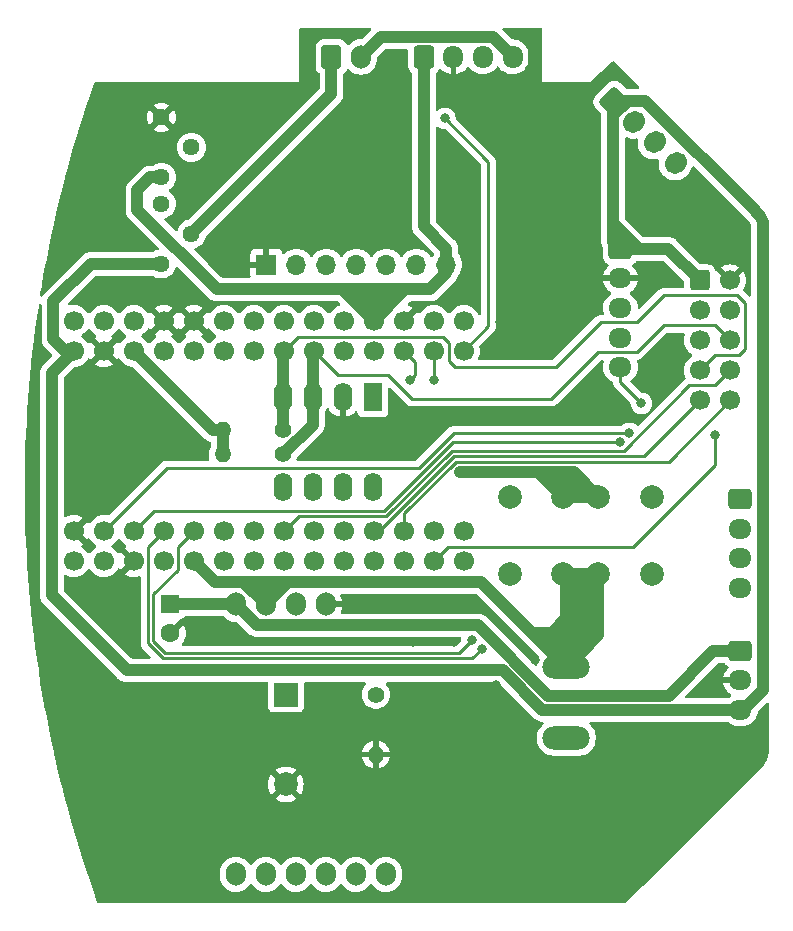
<source format=gbr>
%TF.GenerationSoftware,KiCad,Pcbnew,7.0.9*%
%TF.CreationDate,2024-06-18T04:10:23+09:00*%
%TF.ProjectId,Main,4d61696e-2e6b-4696-9361-645f70636258,rev?*%
%TF.SameCoordinates,Original*%
%TF.FileFunction,Copper,L1,Top*%
%TF.FilePolarity,Positive*%
%FSLAX46Y46*%
G04 Gerber Fmt 4.6, Leading zero omitted, Abs format (unit mm)*
G04 Created by KiCad (PCBNEW 7.0.9) date 2024-06-18 04:10:23*
%MOMM*%
%LPD*%
G01*
G04 APERTURE LIST*
G04 Aperture macros list*
%AMRoundRect*
0 Rectangle with rounded corners*
0 $1 Rounding radius*
0 $2 $3 $4 $5 $6 $7 $8 $9 X,Y pos of 4 corners*
0 Add a 4 corners polygon primitive as box body*
4,1,4,$2,$3,$4,$5,$6,$7,$8,$9,$2,$3,0*
0 Add four circle primitives for the rounded corners*
1,1,$1+$1,$2,$3*
1,1,$1+$1,$4,$5*
1,1,$1+$1,$6,$7*
1,1,$1+$1,$8,$9*
0 Add four rect primitives between the rounded corners*
20,1,$1+$1,$2,$3,$4,$5,0*
20,1,$1+$1,$4,$5,$6,$7,0*
20,1,$1+$1,$6,$7,$8,$9,0*
20,1,$1+$1,$8,$9,$2,$3,0*%
%AMHorizOval*
0 Thick line with rounded ends*
0 $1 width*
0 $2 $3 position (X,Y) of the first rounded end (center of the circle)*
0 $4 $5 position (X,Y) of the second rounded end (center of the circle)*
0 Add line between two ends*
20,1,$1,$2,$3,$4,$5,0*
0 Add two circle primitives to create the rounded ends*
1,1,$1,$2,$3*
1,1,$1,$4,$5*%
G04 Aperture macros list end*
%TA.AperFunction,ComponentPad*%
%ADD10O,1.700000X2.000000*%
%TD*%
%TA.AperFunction,ComponentPad*%
%ADD11O,4.000000X2.000000*%
%TD*%
%TA.AperFunction,ComponentPad*%
%ADD12R,2.000000X2.000000*%
%TD*%
%TA.AperFunction,ComponentPad*%
%ADD13C,2.000000*%
%TD*%
%TA.AperFunction,ComponentPad*%
%ADD14R,1.700000X1.700000*%
%TD*%
%TA.AperFunction,ComponentPad*%
%ADD15O,1.700000X1.700000*%
%TD*%
%TA.AperFunction,ComponentPad*%
%ADD16RoundRect,0.250000X-0.936916X-0.088388X-0.088388X-0.936916X0.936916X0.088388X0.088388X0.936916X0*%
%TD*%
%TA.AperFunction,ComponentPad*%
%ADD17HorizOval,1.700000X-0.088388X-0.088388X0.088388X0.088388X0*%
%TD*%
%TA.AperFunction,ComponentPad*%
%ADD18RoundRect,0.250000X-0.600000X-0.750000X0.600000X-0.750000X0.600000X0.750000X-0.600000X0.750000X0*%
%TD*%
%TA.AperFunction,ComponentPad*%
%ADD19RoundRect,0.250000X-0.725000X0.600000X-0.725000X-0.600000X0.725000X-0.600000X0.725000X0.600000X0*%
%TD*%
%TA.AperFunction,ComponentPad*%
%ADD20O,1.950000X1.700000*%
%TD*%
%TA.AperFunction,ComponentPad*%
%ADD21C,1.440000*%
%TD*%
%TA.AperFunction,ComponentPad*%
%ADD22RoundRect,0.250000X-0.600000X-0.725000X0.600000X-0.725000X0.600000X0.725000X-0.600000X0.725000X0*%
%TD*%
%TA.AperFunction,ComponentPad*%
%ADD23O,1.700000X1.950000*%
%TD*%
%TA.AperFunction,ComponentPad*%
%ADD24C,1.400000*%
%TD*%
%TA.AperFunction,ComponentPad*%
%ADD25O,1.400000X1.400000*%
%TD*%
%TA.AperFunction,ComponentPad*%
%ADD26R,1.600000X1.600000*%
%TD*%
%TA.AperFunction,ComponentPad*%
%ADD27C,1.600000*%
%TD*%
%TA.AperFunction,ComponentPad*%
%ADD28C,1.700000*%
%TD*%
%TA.AperFunction,ComponentPad*%
%ADD29R,1.600000X2.400000*%
%TD*%
%TA.AperFunction,ComponentPad*%
%ADD30O,1.600000X2.400000*%
%TD*%
%TA.AperFunction,ComponentPad*%
%ADD31RoundRect,0.250000X-0.600000X-0.600000X0.600000X-0.600000X0.600000X0.600000X-0.600000X0.600000X0*%
%TD*%
%TA.AperFunction,ViaPad*%
%ADD32C,0.800000*%
%TD*%
%TA.AperFunction,Conductor*%
%ADD33C,0.250000*%
%TD*%
%TA.AperFunction,Conductor*%
%ADD34C,1.000000*%
%TD*%
G04 APERTURE END LIST*
D10*
%TO.P,U2,1,02*%
%TO.N,/02*%
X144860133Y-120389000D03*
%TO.P,U2,2,01*%
%TO.N,/01*%
X142320133Y-120389000D03*
%TO.P,U2,3,RX*%
%TO.N,/Comm_TX*%
X139780133Y-120389000D03*
%TO.P,U2,4,TX*%
%TO.N,/Comm_RX*%
X137240133Y-120389000D03*
%TO.P,U2,5,D+*%
%TO.N,unconnected-(U2-D+-Pad5)*%
X134700133Y-120389000D03*
%TO.P,U2,6,D-*%
%TO.N,unconnected-(U2-D--Pad6)*%
X132160133Y-120389000D03*
%TO.P,U2,7,VIN*%
%TO.N,+12V*%
X132160133Y-97529000D03*
%TO.P,U2,8,LOGV*%
%TO.N,+3.3V*%
X134700133Y-97529000D03*
%TO.P,U2,9,3v3*%
%TO.N,unconnected-(U2-3v3-Pad9)*%
X137240133Y-97529000D03*
%TO.P,U2,10,GND*%
%TO.N,GND*%
X139780133Y-97529000D03*
%TD*%
D11*
%TO.P,SW3,1,1*%
%TO.N,/Start*%
X160147000Y-108839000D03*
%TO.P,SW3,2,2*%
%TO.N,+3.3V*%
X160147000Y-102839000D03*
%TD*%
D12*
%TO.P,BZ1,1,-*%
%TO.N,Net-(BZ1--)*%
X136398000Y-105166000D03*
D13*
%TO.P,BZ1,2,+*%
%TO.N,GND*%
X136398000Y-112766000D03*
%TD*%
D14*
%TO.P,J1,1,Pin_1*%
%TO.N,GND*%
X134742000Y-68764000D03*
D15*
%TO.P,J1,2,Pin_2*%
%TO.N,/TWE_TX*%
X137282000Y-68764000D03*
%TO.P,J1,3,Pin_3*%
%TO.N,unconnected-(J1-Pin_3-Pad3)*%
X139822000Y-68764000D03*
%TO.P,J1,4,Pin_4*%
%TO.N,/TWE_RX*%
X142362000Y-68764000D03*
%TO.P,J1,5,Pin_5*%
%TO.N,unconnected-(J1-Pin_5-Pad5)*%
X144902000Y-68764000D03*
%TO.P,J1,6,Pin_6*%
%TO.N,unconnected-(J1-Pin_6-Pad6)*%
X147442000Y-68764000D03*
%TO.P,J1,7,Pin_7*%
%TO.N,+3.3V*%
X149982000Y-68764000D03*
%TD*%
D16*
%TO.P,J5,1,Pin_1*%
%TO.N,+5V*%
X164104466Y-54884466D03*
D17*
%TO.P,J5,2,Pin_2*%
%TO.N,GND*%
X165872233Y-56652233D03*
%TO.P,J5,3,Pin_3*%
%TO.N,/LINE_TX*%
X167640000Y-58420000D03*
%TO.P,J5,4,Pin_4*%
%TO.N,/LINE_RX*%
X169407767Y-60187767D03*
%TD*%
D18*
%TO.P,J4,1,Pin_1*%
%TO.N,Net-(J4-Pin_1)*%
X140255000Y-51181000D03*
D10*
%TO.P,J4,2,Pin_2*%
%TO.N,/K*%
X142755000Y-51181000D03*
%TD*%
D19*
%TO.P,J6,1,Pin_1*%
%TO.N,+5V*%
X164719000Y-67437000D03*
D20*
%TO.P,J6,2,Pin_2*%
%TO.N,GND*%
X164719000Y-69937000D03*
%TO.P,J6,3,Pin_3*%
%TO.N,/SUB_RX*%
X164719000Y-72437000D03*
%TO.P,J6,4,Pin_4*%
%TO.N,/SUB_TX*%
X164719000Y-74937000D03*
%TO.P,J6,5,Pin_5*%
%TO.N,/SUB_1*%
X164719000Y-77437000D03*
%TD*%
D13*
%TO.P,SW2,1,1*%
%TO.N,/SUB*%
X167350000Y-88444000D03*
X167350000Y-94944000D03*
%TO.P,SW2,2,2*%
%TO.N,+3.3V*%
X162850000Y-88444000D03*
X162850000Y-94944000D03*
%TD*%
D21*
%TO.P,RV1,1,1*%
%TO.N,+3.3V*%
X125857000Y-61379000D03*
%TO.P,RV1,2,2*%
%TO.N,/GY_TRIM*%
X128397000Y-58839000D03*
%TO.P,RV1,3,3*%
%TO.N,GND*%
X125857000Y-56299000D03*
%TD*%
D22*
%TO.P,J3,1,Pin_1*%
%TO.N,+3.3V*%
X148082000Y-51181000D03*
D23*
%TO.P,J3,2,Pin_2*%
%TO.N,GND*%
X150582000Y-51181000D03*
%TO.P,J3,3,Pin_3*%
%TO.N,/TOUCH*%
X153082000Y-51181000D03*
%TO.P,J3,4,Pin_4*%
%TO.N,/K*%
X155582000Y-51181000D03*
%TD*%
D21*
%TO.P,R3,1*%
%TO.N,+5V*%
X125857000Y-68707000D03*
%TO.P,R3,2*%
%TO.N,Net-(J4-Pin_1)*%
X128397000Y-66167000D03*
%TO.P,R3,3*%
%TO.N,N/C*%
X125857000Y-63627000D03*
%TD*%
D24*
%TO.P,R1,1*%
%TO.N,/SDA*%
X136144000Y-84836000D03*
D25*
%TO.P,R1,2*%
%TO.N,+3.3V*%
X131064000Y-84836000D03*
%TD*%
D19*
%TO.P,J7,1,Pin_1*%
%TO.N,/MD_TX*%
X174879000Y-88646000D03*
D20*
%TO.P,J7,2,Pin_2*%
%TO.N,/MD_RX*%
X174879000Y-91146000D03*
%TO.P,J7,3,Pin_3*%
%TO.N,/FET1*%
X174879000Y-93646000D03*
%TO.P,J7,4,Pin_4*%
%TO.N,/FET2*%
X174879000Y-96146000D03*
%TD*%
D26*
%TO.P,C1,1*%
%TO.N,+12V*%
X126619000Y-97473888D03*
D27*
%TO.P,C1,2*%
%TO.N,GND*%
X126619000Y-99973888D03*
%TD*%
D24*
%TO.P,R2,1*%
%TO.N,/SCL*%
X136144000Y-82804000D03*
D25*
%TO.P,R2,2*%
%TO.N,+3.3V*%
X131064000Y-82804000D03*
%TD*%
D19*
%TO.P,J8,1,Pin_1*%
%TO.N,+12V*%
X174879000Y-101473000D03*
D20*
%TO.P,J8,2,Pin_2*%
%TO.N,GND*%
X174879000Y-103973000D03*
%TO.P,J8,3,Pin_3*%
%TO.N,+5V*%
X174879000Y-106473000D03*
%TD*%
D24*
%TO.P,R4,1*%
%TO.N,Net-(BZ1--)*%
X144018000Y-105166000D03*
D25*
%TO.P,R4,2*%
%TO.N,GND*%
X144018000Y-110246000D03*
%TD*%
D13*
%TO.P,SW1,1,1*%
%TO.N,/GY_RES*%
X155357000Y-94944000D03*
X155357000Y-88444000D03*
%TO.P,SW1,2,2*%
%TO.N,+3.3V*%
X159857000Y-94944000D03*
X159857000Y-88444000D03*
%TD*%
D28*
%TO.P,U3,1,GND*%
%TO.N,GND*%
X123523000Y-93853000D03*
X118443000Y-91313000D03*
X120983000Y-76073000D03*
X126063000Y-73533000D03*
X128603000Y-73533000D03*
X146383000Y-73533000D03*
%TO.P,U3,2,0_RX1_CRX2_CS1*%
%TO.N,/MD_RX*%
X120983000Y-91313000D03*
%TO.P,U3,3,1_TX1_CTX2_MISO1*%
%TO.N,/MD_TX*%
X123523000Y-91313000D03*
%TO.P,U3,4,2_OUT2*%
%TO.N,/FET1*%
X126063000Y-91313000D03*
%TO.P,U3,5,3_LRCLK2*%
%TO.N,/FET2*%
X128603000Y-91313000D03*
%TO.P,U3,6,4_BCLK2*%
%TO.N,Net-(BZ1--)*%
X131143000Y-91313000D03*
%TO.P,U3,7,5_IN2*%
%TO.N,/Start*%
X133683000Y-91313000D03*
%TO.P,U3,8,6_OUT1D*%
%TO.N,/RUN*%
X136223000Y-91313000D03*
%TO.P,U3,9,7_RX2_OUT1A*%
%TO.N,/IR_RX*%
X138763000Y-91313000D03*
%TO.P,U3,10,8_TX2_IN1*%
%TO.N,/IR_TX*%
X141303000Y-91313000D03*
%TO.P,U3,11,9_OUT1C*%
%TO.N,/LEFT*%
X143843000Y-91313000D03*
%TO.P,U3,12,10_CS_MQSR*%
%TO.N,/RIGHT*%
X146383000Y-91313000D03*
%TO.P,U3,13,11_MOSI_CTX1*%
%TO.N,/GY_RES*%
X148923000Y-91313000D03*
%TO.P,U3,14,12_MISO_MQSL*%
%TO.N,/SUB*%
X151463000Y-91313000D03*
%TO.P,U3,15,VBAT*%
%TO.N,unconnected-(U3-VBAT-Pad15)*%
X151463000Y-93853000D03*
%TO.P,U3,18,PROGRAM*%
%TO.N,unconnected-(U3-PROGRAM-Pad18)*%
X148923000Y-73533000D03*
%TO.P,U3,19,ON_OFF*%
%TO.N,unconnected-(U3-ON_OFF-Pad19)*%
X151463000Y-73533000D03*
%TO.P,U3,20,13_SCK_CRX1_LED*%
%TO.N,/GY_TRIM*%
X151463000Y-76073000D03*
%TO.P,U3,21,14_A0_TX3_SPDIF_OUT*%
%TO.N,/Comm_TX*%
X148923000Y-76073000D03*
%TO.P,U3,22,15_A1_RX3_SPDIF_IN*%
%TO.N,/Comm_RX*%
X146383000Y-76073000D03*
%TO.P,U3,23,16_A2_RX4_SCL1*%
%TO.N,/TWE_RX*%
X143843000Y-76073000D03*
%TO.P,U3,24,17_A3_TX4_SDA1*%
%TO.N,/TWE_TX*%
X141303000Y-76073000D03*
%TO.P,U3,25,18_A4_SDA0*%
%TO.N,/SDA*%
X138763000Y-76073000D03*
%TO.P,U3,26,19_A5_SCL0*%
%TO.N,/SCL*%
X136223000Y-76073000D03*
%TO.P,U3,27,20_A6_TX5_LRCLK1*%
%TO.N,unconnected-(U3-20_A6_TX5_LRCLK1-Pad27)*%
X133683000Y-76073000D03*
%TO.P,U3,28,21_A7_RX5_BCLK1*%
%TO.N,/CAM_RX*%
X131143000Y-76073000D03*
%TO.P,U3,29,22_A8_CTX1*%
%TO.N,/01*%
X128603000Y-76073000D03*
%TO.P,U3,30,23_A9_CRX1_MCLK1*%
%TO.N,/02*%
X126063000Y-76073000D03*
%TO.P,U3,31,3V3*%
%TO.N,+3.3V*%
X128603000Y-93853000D03*
X123523000Y-76073000D03*
X143843000Y-73533000D03*
%TO.P,U3,33,VIN*%
%TO.N,+5V*%
X118443000Y-76073000D03*
%TO.P,U3,34,VUSB*%
%TO.N,unconnected-(U3-VUSB-Pad34)*%
X118443000Y-73533000D03*
%TO.P,U3,35,24_A10_TX6_SCL2*%
%TO.N,/LINE_TX*%
X141303000Y-73533000D03*
%TO.P,U3,36,25_A11_RX6_SDA2*%
%TO.N,/LINE_RX*%
X133683000Y-73533000D03*
%TO.P,U3,37,26_A12_MOSI1*%
%TO.N,unconnected-(U3-26_A12_MOSI1-Pad37)*%
X136223000Y-73533000D03*
%TO.P,U3,38,27_A13_SCK1*%
%TO.N,/TOUCH*%
X131143000Y-73533000D03*
%TO.P,U3,39,28_RX7*%
%TO.N,/SUB_RX*%
X138763000Y-73533000D03*
%TO.P,U3,40,29_TX7*%
%TO.N,/SUB_TX*%
X138763000Y-93853000D03*
%TO.P,U3,41,30_CRX3*%
%TO.N,/SUB_1*%
X148923000Y-93853000D03*
%TO.P,U3,42,31_CTX3*%
%TO.N,unconnected-(U3-31_CTX3-Pad42)*%
X141303000Y-93853000D03*
%TO.P,U3,43,32_OUT1B*%
%TO.N,unconnected-(U3-32_OUT1B-Pad43)*%
X146383000Y-93853000D03*
%TO.P,U3,44,33_MCLK2*%
%TO.N,unconnected-(U3-33_MCLK2-Pad44)*%
X143843000Y-93853000D03*
%TO.P,U3,45,34_DAT1_MISO2*%
%TO.N,unconnected-(U3-34_DAT1_MISO2-Pad45)*%
X118443000Y-93853000D03*
%TO.P,U3,46,35_DAT0_MOSI2*%
%TO.N,unconnected-(U3-35_DAT0_MOSI2-Pad46)*%
X120983000Y-93853000D03*
%TO.P,U3,48,36_CLK_CS2*%
%TO.N,unconnected-(U3-36_CLK_CS2-Pad48)*%
X126063000Y-93853000D03*
%TO.P,U3,50,37_CMD_SCK2*%
%TO.N,unconnected-(U3-37_CMD_SCK2-Pad50)*%
X131143000Y-93853000D03*
%TO.P,U3,51,38_DAT3_RX5*%
%TO.N,unconnected-(U3-38_DAT3_RX5-Pad51)*%
X133683000Y-93853000D03*
%TO.P,U3,52,39_DAT2_TX5*%
%TO.N,unconnected-(U3-39_DAT2_TX5-Pad52)*%
X136223000Y-93853000D03*
%TO.P,U3,53,D-*%
%TO.N,unconnected-(U3-D--Pad53)*%
X120983000Y-73533000D03*
%TO.P,U3,54,D+*%
%TO.N,unconnected-(U3-D+-Pad54)*%
X123523000Y-73533000D03*
%TD*%
D29*
%TO.P,U1,1,VIN*%
%TO.N,+3.3V*%
X143754000Y-79995000D03*
D30*
%TO.P,U1,2,GND*%
%TO.N,GND*%
X141214000Y-79995000D03*
%TO.P,U1,3,SDA*%
%TO.N,/SDA*%
X138674000Y-79995000D03*
%TO.P,U1,4,SCL*%
%TO.N,/SCL*%
X136134000Y-79995000D03*
%TO.P,U1,5,VOUT*%
%TO.N,unconnected-(U1-VOUT-Pad5)*%
X136134000Y-87615000D03*
%TO.P,U1,6,GND*%
%TO.N,GND*%
X138674000Y-87615000D03*
%TO.P,U1,7,INT*%
%TO.N,unconnected-(U1-INT-Pad7)*%
X141214000Y-87615000D03*
%TO.P,U1,8,RESET*%
%TO.N,unconnected-(U1-RESET-Pad8)*%
X143754000Y-87615000D03*
%TD*%
D31*
%TO.P,J2,1,Pin_1*%
%TO.N,+5V*%
X171450000Y-70104000D03*
D28*
%TO.P,J2,2,Pin_2*%
%TO.N,GND*%
X173990000Y-70104000D03*
%TO.P,J2,3,Pin_3*%
%TO.N,/CAM_RX*%
X171450000Y-72644000D03*
%TO.P,J2,4,Pin_4*%
%TO.N,/IR_TX*%
X173990000Y-72644000D03*
%TO.P,J2,5,Pin_5*%
%TO.N,/IR_RX*%
X171450000Y-75184000D03*
%TO.P,J2,6,Pin_6*%
%TO.N,/SDA*%
X173990000Y-75184000D03*
%TO.P,J2,7,Pin_7*%
%TO.N,/SCL*%
X171450000Y-77724000D03*
%TO.P,J2,8,Pin_8*%
%TO.N,/RUN*%
X173990000Y-77724000D03*
%TO.P,J2,9,Pin_9*%
%TO.N,/LEFT*%
X171450000Y-80264000D03*
%TO.P,J2,10,Pin_10*%
%TO.N,/RIGHT*%
X173990000Y-80264000D03*
%TD*%
D32*
%TO.N,GND*%
X121793000Y-88011000D03*
X147193000Y-100711000D03*
X121412000Y-111252000D03*
X121031000Y-122047000D03*
X166878000Y-113538000D03*
X149098000Y-113411000D03*
X147193000Y-121920000D03*
X164846000Y-122047000D03*
X158623000Y-66294000D03*
X170688000Y-64516000D03*
X160147000Y-53975000D03*
X120777000Y-54229000D03*
X128651000Y-54483000D03*
X156718000Y-49403000D03*
X150622000Y-53848000D03*
X146558000Y-54991000D03*
X145415000Y-51308000D03*
X141986000Y-54356000D03*
X137795000Y-54229000D03*
X116840000Y-69215000D03*
X124333000Y-67056000D03*
X126111000Y-58801000D03*
X127889000Y-63881000D03*
X131318000Y-57404000D03*
X134747000Y-57531000D03*
X140335000Y-57785000D03*
X130429000Y-67818000D03*
X127762000Y-70993000D03*
X120015000Y-70993000D03*
X128905000Y-113030000D03*
X139446000Y-118237000D03*
X134112000Y-104648000D03*
X125730000Y-104648000D03*
X136398000Y-108966000D03*
X145923000Y-104775000D03*
X151257000Y-104648000D03*
X157480000Y-107696000D03*
X154178000Y-104394000D03*
X173355000Y-108077000D03*
X163068000Y-108077000D03*
X176657000Y-107950000D03*
X157480000Y-102235000D03*
X172720000Y-104013000D03*
X133477000Y-100584000D03*
X150622000Y-100711000D03*
X152146000Y-97536000D03*
X147701000Y-97536000D03*
X142748000Y-97536000D03*
X128905000Y-99822000D03*
X122301000Y-95631000D03*
X123825000Y-101600000D03*
X115570000Y-99949000D03*
X115062000Y-87757000D03*
X115697000Y-76454000D03*
X118110000Y-78486000D03*
X118110000Y-85344000D03*
X124587000Y-79248000D03*
X141224000Y-82169000D03*
X147320000Y-84582000D03*
X138049000Y-84963000D03*
X147066000Y-66929000D03*
X143510000Y-67056000D03*
X146558000Y-63627000D03*
X149606000Y-64897000D03*
X151003000Y-59690000D03*
X152400000Y-72009000D03*
X147574000Y-72263000D03*
X162560000Y-59563000D03*
X154559000Y-59563000D03*
X155702000Y-53467000D03*
X152781000Y-56896000D03*
X162560000Y-56769000D03*
X165227000Y-53213000D03*
X173990000Y-68199000D03*
X175260000Y-65532000D03*
X171069000Y-61468000D03*
X165735000Y-59563000D03*
X166878000Y-65913000D03*
X165608000Y-64643000D03*
X169291000Y-70231000D03*
X166624000Y-69977000D03*
X162687000Y-69977000D03*
X160655000Y-73660000D03*
X154559000Y-73660000D03*
X166116000Y-81915000D03*
X160274000Y-82042000D03*
X162306000Y-80264000D03*
%TO.N,/SUB_1*%
X166497000Y-80518000D03*
X172720000Y-83185000D03*
%TO.N,/GY_TRIM*%
X149860000Y-56388000D03*
%TO.N,/Comm_TX*%
X148923000Y-78517500D03*
%TO.N,/Comm_RX*%
X146939000Y-78517500D03*
%TO.N,/FET1*%
X152956036Y-101308500D03*
%TO.N,/FET2*%
X152146000Y-100584000D03*
%TO.N,/MD_RX*%
X165476701Y-83053701D03*
%TO.N,/MD_TX*%
X164719000Y-83788500D03*
%TO.N,+3.3V*%
X151130000Y-86360000D03*
%TD*%
D33*
%TO.N,/SUB_1*%
X148923000Y-93853000D02*
X150098000Y-92678000D01*
X150098000Y-92678000D02*
X165767000Y-92678000D01*
X172720000Y-85725000D02*
X172720000Y-83185000D01*
X165767000Y-92678000D02*
X172720000Y-85725000D01*
X164719000Y-78740000D02*
X164719000Y-77437000D01*
X166497000Y-80518000D02*
X164719000Y-78740000D01*
%TO.N,/GY_TRIM*%
X149860000Y-56388000D02*
X153543000Y-60071000D01*
X153543000Y-60071000D02*
X153543000Y-73993000D01*
X153543000Y-73993000D02*
X151463000Y-76073000D01*
%TO.N,/SCL*%
X171450000Y-77724000D02*
X172720000Y-76454000D01*
X174752000Y-76454000D02*
X175260000Y-75946000D01*
X175260000Y-75946000D02*
X175260000Y-72009000D01*
X172720000Y-76454000D02*
X174752000Y-76454000D01*
X163068000Y-73660000D02*
X159258000Y-77470000D01*
X174625000Y-71374000D02*
X168402000Y-71374000D01*
X168402000Y-71374000D02*
X166116000Y-73660000D01*
X175260000Y-72009000D02*
X174625000Y-71374000D01*
X166116000Y-73660000D02*
X163068000Y-73660000D01*
X159258000Y-77470000D02*
X150749000Y-77470000D01*
X150749000Y-77470000D02*
X150241000Y-76962000D01*
X150241000Y-76962000D02*
X150241000Y-75438000D01*
X150241000Y-75438000D02*
X149701000Y-74898000D01*
X149701000Y-74898000D02*
X137398000Y-74898000D01*
X137398000Y-74898000D02*
X136223000Y-76073000D01*
%TO.N,/Comm_RX*%
X146939000Y-78517500D02*
X147320000Y-78136500D01*
X147320000Y-78136500D02*
X147320000Y-77010000D01*
X147320000Y-77010000D02*
X146383000Y-76073000D01*
%TO.N,/Comm_TX*%
X148923000Y-78517500D02*
X148923000Y-76073000D01*
%TO.N,/SDA*%
X173990000Y-75184000D02*
X172720000Y-73914000D01*
X168402000Y-73914000D02*
X166116000Y-76200000D01*
X162814000Y-76200000D02*
X158877000Y-80137000D01*
X145034000Y-78105000D02*
X140795000Y-78105000D01*
X140795000Y-78105000D02*
X138763000Y-76073000D01*
X172720000Y-73914000D02*
X168402000Y-73914000D01*
X166116000Y-76200000D02*
X162814000Y-76200000D01*
X158877000Y-80137000D02*
X147066000Y-80137000D01*
X147066000Y-80137000D02*
X145034000Y-78105000D01*
%TO.N,/FET2*%
X152146000Y-100584000D02*
X151072000Y-101658000D01*
X151072000Y-101658000D02*
X126170396Y-101658000D01*
X126170396Y-101658000D02*
X125164000Y-100651604D01*
X125164000Y-100651604D02*
X125164000Y-96678888D01*
X127254000Y-94588888D02*
X127254000Y-92662000D01*
X125164000Y-96678888D02*
X127254000Y-94588888D01*
X127254000Y-92662000D02*
X128603000Y-91313000D01*
%TO.N,/FET1*%
X152956036Y-101308500D02*
X152156536Y-102108000D01*
X152156536Y-102108000D02*
X125984000Y-102108000D01*
X125984000Y-102108000D02*
X124714000Y-100838000D01*
X124714000Y-100838000D02*
X124714000Y-92662000D01*
X124714000Y-92662000D02*
X126063000Y-91313000D01*
D34*
%TO.N,+5V*%
X174879000Y-106473000D02*
X158115944Y-106473000D01*
X158115944Y-106473000D02*
X154766944Y-103124000D01*
X154766944Y-103124000D02*
X122936000Y-103124000D01*
X116586000Y-77930000D02*
X118443000Y-76073000D01*
X122936000Y-103124000D02*
X116586000Y-96774000D01*
X116586000Y-96774000D02*
X116586000Y-77930000D01*
D33*
%TO.N,/MD_RX*%
X120983000Y-91313000D02*
X126317000Y-85979000D01*
X150622111Y-83053701D02*
X165476701Y-83053701D01*
X126317000Y-85979000D02*
X147696812Y-85979000D01*
X147696812Y-85979000D02*
X150622111Y-83053701D01*
%TO.N,/MD_TX*%
X123523000Y-91313000D02*
X125243000Y-89593000D01*
X144719208Y-89593000D02*
X150523708Y-83788500D01*
X125243000Y-89593000D02*
X144719208Y-89593000D01*
X150523708Y-83788500D02*
X164719000Y-83788500D01*
%TO.N,/RUN*%
X136223000Y-91313000D02*
X137493000Y-90043000D01*
X170561000Y-78994000D02*
X172720000Y-78994000D01*
X137493000Y-90043000D02*
X144905604Y-90043000D01*
X150435604Y-84513000D02*
X165042000Y-84513000D01*
X144905604Y-90043000D02*
X150435604Y-84513000D01*
X165042000Y-84513000D02*
X170561000Y-78994000D01*
X172720000Y-78994000D02*
X173990000Y-77724000D01*
%TO.N,/LEFT*%
X143843000Y-91313000D02*
X144272000Y-91313000D01*
X144272000Y-91313000D02*
X150622000Y-84963000D01*
X150622000Y-84963000D02*
X166751000Y-84963000D01*
X166751000Y-84963000D02*
X171450000Y-80264000D01*
%TO.N,/RIGHT*%
X146383000Y-91313000D02*
X146383000Y-89837000D01*
X146383000Y-89837000D02*
X150781994Y-85438006D01*
X150781994Y-85438006D02*
X168815994Y-85438006D01*
X168815994Y-85438006D02*
X173990000Y-80264000D01*
D34*
%TO.N,+12V*%
X132160133Y-97529000D02*
X126674112Y-97529000D01*
X126674112Y-97529000D02*
X126619000Y-97473888D01*
%TO.N,+3.3V*%
X160972500Y-99250500D02*
X161084000Y-99362000D01*
X161084000Y-99362000D02*
X161084000Y-101902000D01*
X160147000Y-100076000D02*
X160972500Y-99250500D01*
X160972500Y-99250500D02*
X162052000Y-98171000D01*
X162052000Y-97028000D02*
X162052000Y-98171000D01*
X162052000Y-98171000D02*
X162052000Y-100934000D01*
X160147000Y-102839000D02*
X160147000Y-100076000D01*
X162052000Y-95742000D02*
X162052000Y-97028000D01*
X160147000Y-102839000D02*
X160147000Y-98933000D01*
X160147000Y-98933000D02*
X162052000Y-97028000D01*
X162850000Y-94944000D02*
X162052000Y-95742000D01*
X162052000Y-100934000D02*
X161084000Y-101902000D01*
X162850000Y-100136000D02*
X161084000Y-101902000D01*
X161084000Y-101902000D02*
X160147000Y-102839000D01*
X162850000Y-94944000D02*
X162850000Y-100136000D01*
X162850000Y-88444000D02*
X162290000Y-87884000D01*
X162290000Y-87884000D02*
X160746000Y-87884000D01*
X160746000Y-87884000D02*
X159857000Y-86995000D01*
X159857000Y-88444000D02*
X159857000Y-87086000D01*
X159857000Y-87086000D02*
X159131000Y-86360000D01*
X159131000Y-86360000D02*
X158907006Y-86360000D01*
X159857000Y-86481006D02*
X159735994Y-86360000D01*
X159735994Y-86360000D02*
X158907006Y-86360000D01*
X158907006Y-86360000D02*
X157773000Y-86360000D01*
X162850000Y-88444000D02*
X160887006Y-86481006D01*
X160887006Y-86481006D02*
X159857000Y-86481006D01*
X162850000Y-88444000D02*
X160766000Y-86360000D01*
X160766000Y-86360000D02*
X151130000Y-86360000D01*
X159857000Y-88444000D02*
X159857000Y-86995000D01*
X159857000Y-86995000D02*
X159857000Y-86481006D01*
X161401000Y-86995000D02*
X159857000Y-86995000D01*
X162850000Y-88444000D02*
X161401000Y-86995000D01*
X157773000Y-86360000D02*
X159857000Y-88444000D01*
X151130000Y-86360000D02*
X157773000Y-86360000D01*
%TO.N,/SDA*%
X136144000Y-84836000D02*
X138674000Y-82306000D01*
X138674000Y-82306000D02*
X138674000Y-79995000D01*
%TO.N,/SCL*%
X136134000Y-79995000D02*
X136134000Y-82794000D01*
X136134000Y-82794000D02*
X136144000Y-82804000D01*
X136134000Y-79995000D02*
X136134000Y-76162000D01*
X136134000Y-76162000D02*
X136223000Y-76073000D01*
%TO.N,/SDA*%
X138674000Y-79995000D02*
X138674000Y-76162000D01*
X138674000Y-76162000D02*
X138763000Y-76073000D01*
%TO.N,+5V*%
X164104466Y-56261000D02*
X164104466Y-56113534D01*
X164104466Y-56113534D02*
X165333534Y-54884466D01*
X165333534Y-54884466D02*
X165608000Y-54884466D01*
X164104466Y-56261000D02*
X164104466Y-65278000D01*
X164104466Y-54884466D02*
X164104466Y-56261000D01*
X165608000Y-54884466D02*
X164104466Y-54884466D01*
X166803737Y-54884466D02*
X165608000Y-54884466D01*
X164104466Y-65278000D02*
X164104466Y-66421000D01*
X165247466Y-66421000D02*
X164104466Y-66421000D01*
X164104466Y-66421000D02*
X164104466Y-66822466D01*
X166263466Y-67437000D02*
X165247466Y-66421000D01*
X166497000Y-67437000D02*
X168783000Y-67437000D01*
X164719000Y-67437000D02*
X166497000Y-67437000D01*
X166497000Y-67437000D02*
X166263466Y-67437000D01*
X166263466Y-67437000D02*
X164104466Y-65278000D01*
X168783000Y-67437000D02*
X171450000Y-70104000D01*
X164104466Y-66822466D02*
X164719000Y-67437000D01*
X176784086Y-66421000D02*
X176779970Y-66416884D01*
X176779970Y-66416884D02*
X176779970Y-65547951D01*
X174879000Y-106473000D02*
X175086000Y-106473000D01*
X176625936Y-64824401D02*
X176528086Y-64654915D01*
X176779970Y-65547951D02*
X176777535Y-65392214D01*
X176751475Y-65194244D02*
X176700826Y-65005205D01*
X176700826Y-65005205D02*
X176625936Y-64824401D01*
X176784086Y-104774914D02*
X176784086Y-66421000D01*
X175086000Y-106473000D02*
X176784086Y-104774914D01*
X176528086Y-64654915D02*
X176406535Y-64496503D01*
X176777535Y-65392214D02*
X176751475Y-65194244D01*
X176406535Y-64496503D02*
X175911136Y-64001104D01*
X175911136Y-64001104D02*
X175911136Y-63991865D01*
X175911136Y-63991865D02*
X166803737Y-54884466D01*
%TO.N,+12V*%
X174879000Y-101473000D02*
X172593000Y-101473000D01*
X172593000Y-101473000D02*
X168793000Y-105273000D01*
X168793000Y-105273000D02*
X158613000Y-105273000D01*
X158613000Y-105273000D02*
X152654000Y-99314000D01*
X133945133Y-99314000D02*
X132160133Y-97529000D01*
X152654000Y-99314000D02*
X133945133Y-99314000D01*
%TO.N,+3.3V*%
X125857000Y-61379000D02*
X124930000Y-61379000D01*
X124930000Y-61379000D02*
X123825000Y-62484000D01*
X123825000Y-62484000D02*
X123825000Y-64135000D01*
X123825000Y-64135000D02*
X130556000Y-70866000D01*
X130556000Y-70866000D02*
X140335000Y-70866000D01*
X143843000Y-73533000D02*
X144526000Y-72850000D01*
X144526000Y-72850000D02*
X144526000Y-71628000D01*
X144526000Y-71628000D02*
X145288000Y-70866000D01*
X143843000Y-73533000D02*
X143843000Y-72342000D01*
X143843000Y-72342000D02*
X142621000Y-71120000D01*
X142621000Y-71120000D02*
X142621000Y-70866000D01*
X143383000Y-70866000D02*
X144526000Y-70866000D01*
X143843000Y-71549000D02*
X144526000Y-70866000D01*
X144526000Y-70866000D02*
X145034000Y-70866000D01*
X143843000Y-73533000D02*
X143843000Y-71549000D01*
X142621000Y-70866000D02*
X143383000Y-70866000D01*
X143843000Y-73533000D02*
X143843000Y-71326000D01*
X143843000Y-71326000D02*
X143383000Y-70866000D01*
X145034000Y-70866000D02*
X147701000Y-70866000D01*
X140335000Y-70866000D02*
X142621000Y-70866000D01*
X143843000Y-73533000D02*
X141176000Y-70866000D01*
X141176000Y-70866000D02*
X140335000Y-70866000D01*
X134366000Y-95631000D02*
X135255000Y-95631000D01*
X135255000Y-96974133D02*
X135255000Y-95631000D01*
X135255000Y-95631000D02*
X137287000Y-95631000D01*
X134700133Y-97529000D02*
X135255000Y-96974133D01*
X132080000Y-95631000D02*
X134366000Y-95631000D01*
X134700133Y-97529000D02*
X134366000Y-97194867D01*
X134366000Y-97194867D02*
X134366000Y-95631000D01*
X132080000Y-95631000D02*
X132802133Y-95631000D01*
X130381000Y-95631000D02*
X132080000Y-95631000D01*
X136598133Y-95631000D02*
X137287000Y-95631000D01*
X137287000Y-95631000D02*
X152939000Y-95631000D01*
X128603000Y-93853000D02*
X130381000Y-95631000D01*
X132802133Y-95631000D02*
X134700133Y-97529000D01*
X134700133Y-97529000D02*
X136598133Y-95631000D01*
X152939000Y-95631000D02*
X157241500Y-99933500D01*
X158273000Y-100965000D02*
X159385000Y-100965000D01*
X160147000Y-102839000D02*
X159385000Y-102077000D01*
X159385000Y-100965000D02*
X160147000Y-100965000D01*
X159385000Y-102077000D02*
X159385000Y-100965000D01*
X157241500Y-99933500D02*
X158892500Y-99933500D01*
X158892500Y-99933500D02*
X160147000Y-98679000D01*
X157241500Y-99933500D02*
X158003500Y-100695500D01*
X160147000Y-100965000D02*
X160147000Y-100330000D01*
X160147000Y-100330000D02*
X160147000Y-98679000D01*
X157241500Y-99933500D02*
X157638000Y-100330000D01*
X157638000Y-100330000D02*
X160147000Y-100330000D01*
X158003500Y-100695500D02*
X160147000Y-102839000D01*
X160147000Y-102839000D02*
X160147000Y-100965000D01*
X158003500Y-100695500D02*
X158273000Y-100965000D01*
X147193000Y-70866000D02*
X146510000Y-70866000D01*
X147701000Y-70866000D02*
X147193000Y-70866000D01*
X148590000Y-70866000D02*
X147701000Y-70866000D01*
X160147000Y-97647000D02*
X160147000Y-96504000D01*
X160147000Y-96504000D02*
X161707000Y-94944000D01*
X160147000Y-98679000D02*
X160147000Y-95234000D01*
X162850000Y-94944000D02*
X160147000Y-97647000D01*
X160147000Y-97647000D02*
X160147000Y-98679000D01*
X162850000Y-88444000D02*
X161290000Y-88444000D01*
X161290000Y-88444000D02*
X159857000Y-88444000D01*
X162850000Y-94944000D02*
X161707000Y-94944000D01*
X162850000Y-94944000D02*
X162850000Y-94651000D01*
X162850000Y-94944000D02*
X159857000Y-94944000D01*
X160147000Y-95234000D02*
X159857000Y-94944000D01*
X131064000Y-84836000D02*
X131064000Y-82804000D01*
X123523000Y-76073000D02*
X130254000Y-82804000D01*
X130254000Y-82804000D02*
X131064000Y-82804000D01*
X149982000Y-68764000D02*
X149982000Y-69474000D01*
X149982000Y-69474000D02*
X148590000Y-70866000D01*
X146510000Y-70866000D02*
X143843000Y-73533000D01*
X148082000Y-51181000D02*
X148082000Y-65532000D01*
X149982000Y-67432000D02*
X149982000Y-68764000D01*
X148082000Y-65532000D02*
X149982000Y-67432000D01*
%TO.N,+5V*%
X125857000Y-68707000D02*
X119888000Y-68707000D01*
X117729000Y-76073000D02*
X118443000Y-76073000D01*
X119888000Y-68707000D02*
X116713000Y-71882000D01*
X116713000Y-75057000D02*
X117729000Y-76073000D01*
X116713000Y-71882000D02*
X116713000Y-75057000D01*
%TO.N,/K*%
X142755000Y-51181000D02*
X144430000Y-49506000D01*
X153907000Y-49506000D02*
X155582000Y-51181000D01*
X144430000Y-49506000D02*
X153907000Y-49506000D01*
%TO.N,Net-(J4-Pin_1)*%
X140255000Y-51181000D02*
X140255000Y-54309000D01*
X140255000Y-54309000D02*
X128397000Y-66167000D01*
%TD*%
%TA.AperFunction,Conductor*%
%TO.N,GND*%
G36*
X115624728Y-72061852D02*
G01*
X115683091Y-72100264D01*
X115711423Y-72164132D01*
X115712500Y-72180442D01*
X115712500Y-75044283D01*
X115710243Y-75133362D01*
X115710243Y-75133370D01*
X115721064Y-75193739D01*
X115721718Y-75198404D01*
X115727925Y-75259430D01*
X115727927Y-75259444D01*
X115738208Y-75292213D01*
X115740079Y-75299837D01*
X115746142Y-75333652D01*
X115746142Y-75333655D01*
X115768894Y-75390612D01*
X115770474Y-75395051D01*
X115788841Y-75453588D01*
X115788844Y-75453595D01*
X115805509Y-75483619D01*
X115808879Y-75490714D01*
X115821622Y-75522614D01*
X115821627Y-75522624D01*
X115843808Y-75556280D01*
X115854679Y-75572775D01*
X115855377Y-75573833D01*
X115857818Y-75577863D01*
X115887588Y-75631498D01*
X115887589Y-75631499D01*
X115887591Y-75631502D01*
X115909968Y-75657567D01*
X115914693Y-75663835D01*
X115933597Y-75692518D01*
X115976965Y-75735886D01*
X115980168Y-75739342D01*
X116020135Y-75785896D01*
X116047299Y-75806923D01*
X116053186Y-75812107D01*
X116385968Y-76144889D01*
X116583397Y-76342318D01*
X116616882Y-76403641D01*
X116611898Y-76473333D01*
X116583397Y-76517680D01*
X115887532Y-77213546D01*
X115832635Y-77265732D01*
X115823625Y-77274297D01*
X115822946Y-77274942D01*
X115787899Y-77325294D01*
X115785062Y-77329056D01*
X115746302Y-77376592D01*
X115746299Y-77376597D01*
X115730392Y-77407047D01*
X115726324Y-77413761D01*
X115706702Y-77441954D01*
X115682509Y-77498330D01*
X115680488Y-77502584D01*
X115652091Y-77556951D01*
X115652090Y-77556952D01*
X115642640Y-77589975D01*
X115640007Y-77597371D01*
X115626459Y-77628943D01*
X115614113Y-77689019D01*
X115612990Y-77693595D01*
X115596113Y-77752577D01*
X115596113Y-77752579D01*
X115593503Y-77786841D01*
X115592414Y-77794608D01*
X115589614Y-77808240D01*
X115585500Y-77828258D01*
X115585500Y-77889597D01*
X115585321Y-77894306D01*
X115580662Y-77955474D01*
X115581164Y-77959413D01*
X115585003Y-77989560D01*
X115585500Y-77997388D01*
X115585500Y-96761283D01*
X115583243Y-96850362D01*
X115583243Y-96850370D01*
X115594064Y-96910739D01*
X115594718Y-96915404D01*
X115600925Y-96976430D01*
X115600927Y-96976444D01*
X115611208Y-97009213D01*
X115613079Y-97016837D01*
X115619142Y-97050652D01*
X115619142Y-97050655D01*
X115641894Y-97107612D01*
X115643474Y-97112051D01*
X115661841Y-97170588D01*
X115661844Y-97170595D01*
X115678509Y-97200619D01*
X115681879Y-97207714D01*
X115694622Y-97239614D01*
X115694627Y-97239624D01*
X115700664Y-97248784D01*
X115727963Y-97290206D01*
X115728377Y-97290833D01*
X115730818Y-97294863D01*
X115760588Y-97348498D01*
X115760589Y-97348499D01*
X115760591Y-97348502D01*
X115782968Y-97374567D01*
X115787693Y-97380835D01*
X115800263Y-97399906D01*
X115806598Y-97409519D01*
X115849978Y-97452899D01*
X115853169Y-97456343D01*
X115893131Y-97502892D01*
X115893130Y-97502892D01*
X115920299Y-97523923D01*
X115926186Y-97529107D01*
X122219547Y-103822467D01*
X122280941Y-103887053D01*
X122280944Y-103887055D01*
X122280947Y-103887058D01*
X122315053Y-103910795D01*
X122331303Y-103922106D01*
X122335044Y-103924926D01*
X122382593Y-103963698D01*
X122413045Y-103979604D01*
X122419756Y-103983671D01*
X122447951Y-104003295D01*
X122504332Y-104027490D01*
X122508567Y-104029501D01*
X122562951Y-104057909D01*
X122595973Y-104067356D01*
X122603365Y-104069989D01*
X122634940Y-104083539D01*
X122634941Y-104083540D01*
X122648054Y-104086234D01*
X122695055Y-104095892D01*
X122699595Y-104097006D01*
X122758582Y-104113886D01*
X122792841Y-104116494D01*
X122800609Y-104117585D01*
X122834255Y-104124500D01*
X122834259Y-104124500D01*
X122895601Y-104124500D01*
X122900308Y-104124678D01*
X122936651Y-104127446D01*
X122961475Y-104129337D01*
X122961475Y-104129336D01*
X122961476Y-104129337D01*
X122995559Y-104124996D01*
X123003389Y-104124500D01*
X134773500Y-104124500D01*
X134840539Y-104144185D01*
X134886294Y-104196989D01*
X134897500Y-104248500D01*
X134897500Y-106213870D01*
X134897501Y-106213876D01*
X134903908Y-106273483D01*
X134954202Y-106408328D01*
X134954206Y-106408335D01*
X135040452Y-106523544D01*
X135040455Y-106523547D01*
X135155664Y-106609793D01*
X135155671Y-106609797D01*
X135290517Y-106660091D01*
X135290516Y-106660091D01*
X135297444Y-106660835D01*
X135350127Y-106666500D01*
X137445872Y-106666499D01*
X137505483Y-106660091D01*
X137640331Y-106609796D01*
X137755546Y-106523546D01*
X137841796Y-106408331D01*
X137892091Y-106273483D01*
X137898500Y-106213873D01*
X137898499Y-104248499D01*
X137918184Y-104181461D01*
X137970987Y-104135706D01*
X138022499Y-104124500D01*
X143058429Y-104124500D01*
X143125468Y-104144185D01*
X143171223Y-104196989D01*
X143181167Y-104266147D01*
X143152142Y-104329703D01*
X143141966Y-104340138D01*
X143127020Y-104353762D01*
X142992943Y-104531308D01*
X142992938Y-104531316D01*
X142893775Y-104730461D01*
X142893769Y-104730476D01*
X142832885Y-104944462D01*
X142832884Y-104944464D01*
X142812357Y-105165999D01*
X142812357Y-105166000D01*
X142832884Y-105387535D01*
X142832885Y-105387537D01*
X142893769Y-105601523D01*
X142893775Y-105601538D01*
X142992938Y-105800683D01*
X142992943Y-105800691D01*
X143127020Y-105978238D01*
X143291437Y-106128123D01*
X143291439Y-106128125D01*
X143480595Y-106245245D01*
X143480596Y-106245245D01*
X143480599Y-106245247D01*
X143688060Y-106325618D01*
X143906757Y-106366500D01*
X143906759Y-106366500D01*
X144129241Y-106366500D01*
X144129243Y-106366500D01*
X144347940Y-106325618D01*
X144555401Y-106245247D01*
X144744562Y-106128124D01*
X144908981Y-105978236D01*
X145043058Y-105800689D01*
X145142229Y-105601528D01*
X145203115Y-105387536D01*
X145223643Y-105166000D01*
X145203115Y-104944464D01*
X145142229Y-104730472D01*
X145102446Y-104650577D01*
X145043061Y-104531316D01*
X145043056Y-104531308D01*
X144995919Y-104468888D01*
X144908981Y-104353764D01*
X144894033Y-104340137D01*
X144857752Y-104280427D01*
X144859511Y-104210580D01*
X144898754Y-104152772D01*
X144963021Y-104125357D01*
X144977571Y-104124500D01*
X154301161Y-104124500D01*
X154368200Y-104144185D01*
X154388842Y-104160819D01*
X157399491Y-107171467D01*
X157460885Y-107236053D01*
X157460888Y-107236055D01*
X157460891Y-107236058D01*
X157494997Y-107259795D01*
X157511247Y-107271106D01*
X157514988Y-107273926D01*
X157562537Y-107312698D01*
X157592989Y-107328604D01*
X157599700Y-107332671D01*
X157627895Y-107352295D01*
X157684276Y-107376490D01*
X157688511Y-107378501D01*
X157742895Y-107406909D01*
X157775917Y-107416356D01*
X157783309Y-107418989D01*
X157814884Y-107432539D01*
X157814885Y-107432540D01*
X157827998Y-107435234D01*
X157874999Y-107444892D01*
X157879539Y-107446006D01*
X157938526Y-107462886D01*
X157972785Y-107465494D01*
X157980553Y-107466585D01*
X158014199Y-107473500D01*
X158014203Y-107473500D01*
X158075544Y-107473500D01*
X158080252Y-107473679D01*
X158086830Y-107474179D01*
X158104657Y-107475537D01*
X158170007Y-107500253D01*
X158211622Y-107556378D01*
X158216287Y-107626092D01*
X158182522Y-107687261D01*
X158179227Y-107690408D01*
X158039261Y-107819257D01*
X157886524Y-108015493D01*
X157768172Y-108234188D01*
X157768169Y-108234197D01*
X157687429Y-108469383D01*
X157646500Y-108714665D01*
X157646500Y-108963334D01*
X157687429Y-109208616D01*
X157768169Y-109443802D01*
X157768172Y-109443811D01*
X157858961Y-109611574D01*
X157886526Y-109662509D01*
X158039262Y-109858744D01*
X158120934Y-109933928D01*
X158222217Y-110027166D01*
X158430393Y-110163173D01*
X158658118Y-110263063D01*
X158706449Y-110275302D01*
X158899179Y-110324108D01*
X158899181Y-110324108D01*
X158899186Y-110324109D01*
X159032376Y-110335145D01*
X159084933Y-110339500D01*
X159084935Y-110339500D01*
X161209065Y-110339500D01*
X161209067Y-110339500D01*
X161270284Y-110334427D01*
X161394813Y-110324109D01*
X161394816Y-110324108D01*
X161394821Y-110324108D01*
X161635881Y-110263063D01*
X161863607Y-110163173D01*
X162071785Y-110027164D01*
X162254738Y-109858744D01*
X162407474Y-109662509D01*
X162525828Y-109443810D01*
X162606571Y-109208614D01*
X162647500Y-108963335D01*
X162647500Y-108714665D01*
X162606571Y-108469386D01*
X162525828Y-108234190D01*
X162407474Y-108015491D01*
X162254738Y-107819256D01*
X162112946Y-107688728D01*
X162076958Y-107628843D01*
X162079058Y-107559005D01*
X162118582Y-107501389D01*
X162182981Y-107474287D01*
X162196931Y-107473500D01*
X173793241Y-107473500D01*
X173860280Y-107493185D01*
X173880922Y-107509819D01*
X173882597Y-107511494D01*
X174076169Y-107647034D01*
X174076171Y-107647035D01*
X174290337Y-107746903D01*
X174518592Y-107808063D01*
X174695034Y-107823500D01*
X175062966Y-107823500D01*
X175239408Y-107808063D01*
X175467663Y-107746903D01*
X175681829Y-107647035D01*
X175875401Y-107511495D01*
X176042495Y-107344401D01*
X176178035Y-107150830D01*
X176277903Y-106936663D01*
X176339063Y-106708408D01*
X176342180Y-106672765D01*
X176367630Y-106607699D01*
X176378019Y-106595899D01*
X177071906Y-105902013D01*
X177133228Y-105868529D01*
X177202920Y-105873513D01*
X177258853Y-105915385D01*
X177283270Y-105980849D01*
X177283586Y-105989695D01*
X177283586Y-109886415D01*
X177283488Y-109889893D01*
X177280593Y-109941438D01*
X177268619Y-110124190D01*
X177267876Y-110130524D01*
X177251352Y-110227787D01*
X177224105Y-110364780D01*
X177222873Y-110369851D01*
X177193681Y-110471183D01*
X177192814Y-110473949D01*
X177150422Y-110598836D01*
X177148992Y-110602634D01*
X177107982Y-110701646D01*
X177106308Y-110705342D01*
X177047986Y-110823611D01*
X177046644Y-110826179D01*
X176995629Y-110918489D01*
X176992915Y-110922947D01*
X176915309Y-111039094D01*
X176858242Y-111119523D01*
X176854285Y-111124532D01*
X176732073Y-111263866D01*
X176699428Y-111300396D01*
X176697038Y-111302924D01*
X166648951Y-121351011D01*
X165227282Y-122772681D01*
X165165959Y-122806166D01*
X165139601Y-122809000D01*
X120549603Y-122809000D01*
X120482564Y-122789315D01*
X120436809Y-122736511D01*
X120432943Y-122727029D01*
X120262288Y-122253344D01*
X120125968Y-121874063D01*
X120042462Y-121641725D01*
X119688926Y-120597966D01*
X130809633Y-120597966D01*
X130825069Y-120774403D01*
X130825071Y-120774413D01*
X130886227Y-121002655D01*
X130886229Y-121002659D01*
X130886230Y-121002663D01*
X130890133Y-121011032D01*
X130986097Y-121216828D01*
X130986098Y-121216830D01*
X131121638Y-121410402D01*
X131288730Y-121577493D01*
X131288732Y-121577495D01*
X131380386Y-121641672D01*
X131482298Y-121713032D01*
X131482300Y-121713033D01*
X131482303Y-121713035D01*
X131696470Y-121812903D01*
X131924725Y-121874063D01*
X132113051Y-121890539D01*
X132160132Y-121894659D01*
X132160133Y-121894659D01*
X132160134Y-121894659D01*
X132199367Y-121891226D01*
X132395541Y-121874063D01*
X132623796Y-121812903D01*
X132837962Y-121713035D01*
X133031534Y-121577495D01*
X133198628Y-121410401D01*
X133328559Y-121224838D01*
X133383134Y-121181215D01*
X133452633Y-121174021D01*
X133514988Y-121205543D01*
X133531704Y-121224836D01*
X133661638Y-121410401D01*
X133828732Y-121577495D01*
X133920386Y-121641672D01*
X134022298Y-121713032D01*
X134022300Y-121713033D01*
X134022303Y-121713035D01*
X134236470Y-121812903D01*
X134464725Y-121874063D01*
X134653051Y-121890539D01*
X134700132Y-121894659D01*
X134700133Y-121894659D01*
X134700134Y-121894659D01*
X134739367Y-121891226D01*
X134935541Y-121874063D01*
X135163796Y-121812903D01*
X135377962Y-121713035D01*
X135571534Y-121577495D01*
X135738628Y-121410401D01*
X135868559Y-121224838D01*
X135923134Y-121181215D01*
X135992633Y-121174021D01*
X136054988Y-121205543D01*
X136071704Y-121224836D01*
X136201638Y-121410401D01*
X136368732Y-121577495D01*
X136460386Y-121641672D01*
X136562298Y-121713032D01*
X136562300Y-121713033D01*
X136562303Y-121713035D01*
X136776470Y-121812903D01*
X137004725Y-121874063D01*
X137193051Y-121890539D01*
X137240132Y-121894659D01*
X137240133Y-121894659D01*
X137240134Y-121894659D01*
X137279367Y-121891226D01*
X137475541Y-121874063D01*
X137703796Y-121812903D01*
X137917962Y-121713035D01*
X138111534Y-121577495D01*
X138278628Y-121410401D01*
X138408559Y-121224838D01*
X138463134Y-121181215D01*
X138532633Y-121174021D01*
X138594988Y-121205543D01*
X138611704Y-121224836D01*
X138741638Y-121410401D01*
X138908732Y-121577495D01*
X139000386Y-121641672D01*
X139102298Y-121713032D01*
X139102300Y-121713033D01*
X139102303Y-121713035D01*
X139316470Y-121812903D01*
X139544725Y-121874063D01*
X139733051Y-121890539D01*
X139780132Y-121894659D01*
X139780133Y-121894659D01*
X139780134Y-121894659D01*
X139819367Y-121891226D01*
X140015541Y-121874063D01*
X140243796Y-121812903D01*
X140457962Y-121713035D01*
X140651534Y-121577495D01*
X140818628Y-121410401D01*
X140948559Y-121224838D01*
X141003134Y-121181215D01*
X141072633Y-121174021D01*
X141134988Y-121205543D01*
X141151704Y-121224836D01*
X141281638Y-121410401D01*
X141448732Y-121577495D01*
X141540386Y-121641672D01*
X141642298Y-121713032D01*
X141642300Y-121713033D01*
X141642303Y-121713035D01*
X141856470Y-121812903D01*
X142084725Y-121874063D01*
X142273051Y-121890539D01*
X142320132Y-121894659D01*
X142320133Y-121894659D01*
X142320134Y-121894659D01*
X142359367Y-121891226D01*
X142555541Y-121874063D01*
X142783796Y-121812903D01*
X142997962Y-121713035D01*
X143191534Y-121577495D01*
X143358628Y-121410401D01*
X143488559Y-121224838D01*
X143543134Y-121181215D01*
X143612633Y-121174021D01*
X143674988Y-121205543D01*
X143691704Y-121224836D01*
X143821638Y-121410401D01*
X143988732Y-121577495D01*
X144080386Y-121641672D01*
X144182298Y-121713032D01*
X144182300Y-121713033D01*
X144182303Y-121713035D01*
X144396470Y-121812903D01*
X144624725Y-121874063D01*
X144813051Y-121890539D01*
X144860132Y-121894659D01*
X144860133Y-121894659D01*
X144860134Y-121894659D01*
X144899367Y-121891226D01*
X145095541Y-121874063D01*
X145323796Y-121812903D01*
X145537962Y-121713035D01*
X145731534Y-121577495D01*
X145898628Y-121410401D01*
X146034168Y-121216829D01*
X146134036Y-121002663D01*
X146195196Y-120774408D01*
X146210633Y-120597966D01*
X146210633Y-120180034D01*
X146195196Y-120003592D01*
X146134036Y-119775337D01*
X146034168Y-119561171D01*
X146028558Y-119553158D01*
X145898627Y-119367597D01*
X145731535Y-119200506D01*
X145731528Y-119200501D01*
X145537967Y-119064967D01*
X145537963Y-119064965D01*
X145537961Y-119064964D01*
X145323796Y-118965097D01*
X145323792Y-118965096D01*
X145323788Y-118965094D01*
X145095546Y-118903938D01*
X145095536Y-118903936D01*
X144860134Y-118883341D01*
X144860132Y-118883341D01*
X144624729Y-118903936D01*
X144624719Y-118903938D01*
X144396477Y-118965094D01*
X144396468Y-118965098D01*
X144182304Y-119064964D01*
X144182302Y-119064965D01*
X143988730Y-119200505D01*
X143821638Y-119367597D01*
X143691708Y-119553158D01*
X143637131Y-119596783D01*
X143567633Y-119603977D01*
X143505278Y-119572454D01*
X143488558Y-119553158D01*
X143358627Y-119367597D01*
X143191535Y-119200506D01*
X143191528Y-119200501D01*
X142997967Y-119064967D01*
X142997963Y-119064965D01*
X142997961Y-119064964D01*
X142783796Y-118965097D01*
X142783792Y-118965096D01*
X142783788Y-118965094D01*
X142555546Y-118903938D01*
X142555536Y-118903936D01*
X142320134Y-118883341D01*
X142320132Y-118883341D01*
X142084729Y-118903936D01*
X142084719Y-118903938D01*
X141856477Y-118965094D01*
X141856468Y-118965098D01*
X141642304Y-119064964D01*
X141642302Y-119064965D01*
X141448730Y-119200505D01*
X141281638Y-119367597D01*
X141151708Y-119553158D01*
X141097131Y-119596783D01*
X141027633Y-119603977D01*
X140965278Y-119572454D01*
X140948558Y-119553158D01*
X140818627Y-119367597D01*
X140651535Y-119200506D01*
X140651528Y-119200501D01*
X140457967Y-119064967D01*
X140457963Y-119064965D01*
X140457961Y-119064964D01*
X140243796Y-118965097D01*
X140243792Y-118965096D01*
X140243788Y-118965094D01*
X140015546Y-118903938D01*
X140015536Y-118903936D01*
X139780134Y-118883341D01*
X139780132Y-118883341D01*
X139544729Y-118903936D01*
X139544719Y-118903938D01*
X139316477Y-118965094D01*
X139316468Y-118965098D01*
X139102304Y-119064964D01*
X139102302Y-119064965D01*
X138908730Y-119200505D01*
X138741638Y-119367597D01*
X138611708Y-119553158D01*
X138557131Y-119596783D01*
X138487633Y-119603977D01*
X138425278Y-119572454D01*
X138408558Y-119553158D01*
X138278627Y-119367597D01*
X138111535Y-119200506D01*
X138111528Y-119200501D01*
X137917967Y-119064967D01*
X137917963Y-119064965D01*
X137917961Y-119064964D01*
X137703796Y-118965097D01*
X137703792Y-118965096D01*
X137703788Y-118965094D01*
X137475546Y-118903938D01*
X137475536Y-118903936D01*
X137240134Y-118883341D01*
X137240132Y-118883341D01*
X137004729Y-118903936D01*
X137004719Y-118903938D01*
X136776477Y-118965094D01*
X136776468Y-118965098D01*
X136562304Y-119064964D01*
X136562302Y-119064965D01*
X136368730Y-119200505D01*
X136201638Y-119367597D01*
X136071708Y-119553158D01*
X136017131Y-119596783D01*
X135947633Y-119603977D01*
X135885278Y-119572454D01*
X135868558Y-119553158D01*
X135738627Y-119367597D01*
X135571535Y-119200506D01*
X135571528Y-119200501D01*
X135377967Y-119064967D01*
X135377963Y-119064965D01*
X135377961Y-119064964D01*
X135163796Y-118965097D01*
X135163792Y-118965096D01*
X135163788Y-118965094D01*
X134935546Y-118903938D01*
X134935536Y-118903936D01*
X134700134Y-118883341D01*
X134700132Y-118883341D01*
X134464729Y-118903936D01*
X134464719Y-118903938D01*
X134236477Y-118965094D01*
X134236468Y-118965098D01*
X134022304Y-119064964D01*
X134022302Y-119064965D01*
X133828730Y-119200505D01*
X133661638Y-119367597D01*
X133531708Y-119553158D01*
X133477131Y-119596783D01*
X133407633Y-119603977D01*
X133345278Y-119572454D01*
X133328558Y-119553158D01*
X133198627Y-119367597D01*
X133031535Y-119200506D01*
X133031528Y-119200501D01*
X132837967Y-119064967D01*
X132837963Y-119064965D01*
X132837961Y-119064964D01*
X132623796Y-118965097D01*
X132623792Y-118965096D01*
X132623788Y-118965094D01*
X132395546Y-118903938D01*
X132395536Y-118903936D01*
X132160134Y-118883341D01*
X132160132Y-118883341D01*
X131924729Y-118903936D01*
X131924719Y-118903938D01*
X131696477Y-118965094D01*
X131696468Y-118965098D01*
X131482304Y-119064964D01*
X131482302Y-119064965D01*
X131288730Y-119200505D01*
X131121638Y-119367597D01*
X130986098Y-119561169D01*
X130986097Y-119561171D01*
X130886231Y-119775335D01*
X130886227Y-119775344D01*
X130825071Y-120003586D01*
X130825069Y-120003596D01*
X130809633Y-120180034D01*
X130809633Y-120597966D01*
X119688926Y-120597966D01*
X119649637Y-120481972D01*
X119400377Y-119742997D01*
X119046706Y-118628842D01*
X118795370Y-117832185D01*
X118471876Y-116740827D01*
X118227660Y-115909996D01*
X117930368Y-114831405D01*
X117697450Y-113977100D01*
X117610417Y-113635882D01*
X117424212Y-112905862D01*
X117389029Y-112766005D01*
X134892859Y-112766005D01*
X134913385Y-113013729D01*
X134913387Y-113013738D01*
X134974412Y-113254717D01*
X135074266Y-113482364D01*
X135174564Y-113635882D01*
X135914923Y-112895523D01*
X135938507Y-112975844D01*
X136016239Y-113096798D01*
X136124900Y-113190952D01*
X136255685Y-113250680D01*
X136265466Y-113252086D01*
X135527942Y-113989609D01*
X135574768Y-114026055D01*
X135574770Y-114026056D01*
X135793385Y-114144364D01*
X135793396Y-114144369D01*
X136028506Y-114225083D01*
X136273707Y-114266000D01*
X136522293Y-114266000D01*
X136767493Y-114225083D01*
X137002603Y-114144369D01*
X137002614Y-114144364D01*
X137221228Y-114026057D01*
X137221231Y-114026055D01*
X137268056Y-113989609D01*
X136530533Y-113252086D01*
X136540315Y-113250680D01*
X136671100Y-113190952D01*
X136779761Y-113096798D01*
X136857493Y-112975844D01*
X136881076Y-112895524D01*
X137621434Y-113635882D01*
X137721731Y-113482369D01*
X137821587Y-113254717D01*
X137882612Y-113013738D01*
X137882614Y-113013729D01*
X137903141Y-112766005D01*
X137903141Y-112765994D01*
X137882614Y-112518270D01*
X137882612Y-112518261D01*
X137821587Y-112277282D01*
X137721731Y-112049630D01*
X137621434Y-111896116D01*
X136881076Y-112636475D01*
X136857493Y-112556156D01*
X136779761Y-112435202D01*
X136671100Y-112341048D01*
X136540315Y-112281320D01*
X136530534Y-112279913D01*
X137268057Y-111542390D01*
X137268056Y-111542389D01*
X137221229Y-111505943D01*
X137002614Y-111387635D01*
X137002603Y-111387630D01*
X136767493Y-111306916D01*
X136522293Y-111266000D01*
X136273707Y-111266000D01*
X136028506Y-111306916D01*
X135793396Y-111387630D01*
X135793390Y-111387632D01*
X135574761Y-111505949D01*
X135527942Y-111542388D01*
X135527942Y-111542390D01*
X136265466Y-112279913D01*
X136255685Y-112281320D01*
X136124900Y-112341048D01*
X136016239Y-112435202D01*
X135938507Y-112556156D01*
X135914923Y-112636475D01*
X135174564Y-111896116D01*
X135074267Y-112049632D01*
X134974412Y-112277282D01*
X134913387Y-112518261D01*
X134913385Y-112518270D01*
X134892859Y-112765994D01*
X134892859Y-112766005D01*
X117389029Y-112766005D01*
X117389028Y-112766000D01*
X117204965Y-112034344D01*
X116954542Y-110967364D01*
X116845795Y-110496000D01*
X142841505Y-110496000D01*
X142894239Y-110681349D01*
X142993368Y-110880425D01*
X143127391Y-111057900D01*
X143291738Y-111207721D01*
X143480820Y-111324797D01*
X143480822Y-111324798D01*
X143688195Y-111405135D01*
X143768000Y-111420052D01*
X143768000Y-110496000D01*
X142841505Y-110496000D01*
X116845795Y-110496000D01*
X116794879Y-110275302D01*
X143664372Y-110275302D01*
X143693047Y-110388538D01*
X143756936Y-110486327D01*
X143849115Y-110558072D01*
X143959595Y-110596000D01*
X144047005Y-110596000D01*
X144133216Y-110581614D01*
X144235947Y-110526019D01*
X144263581Y-110496000D01*
X144268000Y-110496000D01*
X144268000Y-111420052D01*
X144347804Y-111405135D01*
X144555177Y-111324798D01*
X144555179Y-111324797D01*
X144744261Y-111207721D01*
X144908608Y-111057900D01*
X145042631Y-110880425D01*
X145141760Y-110681349D01*
X145194495Y-110496000D01*
X144268000Y-110496000D01*
X144263581Y-110496000D01*
X144315060Y-110440079D01*
X144361982Y-110333108D01*
X144371628Y-110216698D01*
X144342953Y-110103462D01*
X144279064Y-110005673D01*
X144186885Y-109933928D01*
X144076405Y-109896000D01*
X143988995Y-109896000D01*
X143902784Y-109910386D01*
X143800053Y-109965981D01*
X143720940Y-110051921D01*
X143674018Y-110158892D01*
X143664372Y-110275302D01*
X116794879Y-110275302D01*
X116750382Y-110082429D01*
X116731841Y-109996000D01*
X142841505Y-109996000D01*
X143768000Y-109996000D01*
X143768000Y-109071946D01*
X144268000Y-109071946D01*
X144268000Y-109996000D01*
X145194495Y-109996000D01*
X145141760Y-109810650D01*
X145042631Y-109611574D01*
X144908608Y-109434099D01*
X144744261Y-109284278D01*
X144555179Y-109167202D01*
X144555177Y-109167201D01*
X144347799Y-109086864D01*
X144268000Y-109071946D01*
X143768000Y-109071946D01*
X143688200Y-109086864D01*
X143480822Y-109167201D01*
X143480820Y-109167202D01*
X143291738Y-109284278D01*
X143127391Y-109434099D01*
X142993368Y-109611574D01*
X142894239Y-109810650D01*
X142841505Y-109996000D01*
X116731841Y-109996000D01*
X116660299Y-109662506D01*
X116521996Y-109017807D01*
X116333850Y-108122010D01*
X116127029Y-107058703D01*
X116041948Y-106609793D01*
X115955551Y-106153938D01*
X115926867Y-105989695D01*
X115769933Y-105091091D01*
X115756403Y-105011113D01*
X115615618Y-104178941D01*
X115450977Y-103116115D01*
X115314171Y-102197707D01*
X115304131Y-102123500D01*
X115170340Y-101134595D01*
X115051338Y-100211123D01*
X114928198Y-99147544D01*
X114917162Y-99046163D01*
X114827197Y-98219799D01*
X114724682Y-97155819D01*
X114641840Y-96224574D01*
X114559875Y-95160019D01*
X114495335Y-94226241D01*
X114433889Y-93161263D01*
X114387727Y-92225515D01*
X114346776Y-91160207D01*
X114319054Y-90223145D01*
X114298583Y-89157675D01*
X114293751Y-88667484D01*
X114289339Y-88219892D01*
X114289339Y-87154401D01*
X114291102Y-86975570D01*
X114298582Y-86216708D01*
X114319055Y-85151133D01*
X114346777Y-84214061D01*
X114387723Y-83148881D01*
X114393809Y-83025537D01*
X114433891Y-82212994D01*
X114495332Y-81148102D01*
X114496210Y-81135402D01*
X114559871Y-80214327D01*
X114641850Y-79149598D01*
X114724664Y-78218671D01*
X114827205Y-77154427D01*
X114831879Y-77111498D01*
X114928192Y-76226814D01*
X115051346Y-75163116D01*
X115170325Y-74239818D01*
X115314175Y-73176564D01*
X115450985Y-72258137D01*
X115465962Y-72161460D01*
X115495677Y-72098224D01*
X115554862Y-72061092D01*
X115624728Y-72061852D01*
G37*
%TD.AperFunction*%
%TA.AperFunction,Conductor*%
G36*
X173517081Y-102493185D02*
G01*
X173555580Y-102532402D01*
X173561287Y-102541655D01*
X173685344Y-102665712D01*
X173840558Y-102761448D01*
X173887283Y-102813396D01*
X173898506Y-102882358D01*
X173870663Y-102946441D01*
X173863144Y-102954668D01*
X173715891Y-103101921D01*
X173580399Y-103295421D01*
X173480570Y-103509507D01*
X173480567Y-103509513D01*
X173423364Y-103722999D01*
X173423364Y-103723000D01*
X174475031Y-103723000D01*
X174442481Y-103773649D01*
X174404000Y-103904705D01*
X174404000Y-104041295D01*
X174442481Y-104172351D01*
X174475031Y-104223000D01*
X173423364Y-104223000D01*
X173480567Y-104436486D01*
X173480570Y-104436492D01*
X173580399Y-104650577D01*
X173580400Y-104650579D01*
X173715886Y-104844073D01*
X173715891Y-104844079D01*
X173882920Y-105011108D01*
X173882926Y-105011113D01*
X174040031Y-105121119D01*
X174083656Y-105175696D01*
X174090850Y-105245194D01*
X174059327Y-105307549D01*
X174040032Y-105324269D01*
X173882594Y-105434508D01*
X173880922Y-105436181D01*
X173880000Y-105436684D01*
X173878449Y-105437986D01*
X173878187Y-105437674D01*
X173819599Y-105469666D01*
X173793241Y-105472500D01*
X170307783Y-105472500D01*
X170240744Y-105452815D01*
X170194989Y-105400011D01*
X170185045Y-105330853D01*
X170214070Y-105267297D01*
X170220102Y-105260819D01*
X172971102Y-102509819D01*
X173032425Y-102476334D01*
X173058783Y-102473500D01*
X173450042Y-102473500D01*
X173517081Y-102493185D01*
G37*
%TD.AperFunction*%
%TA.AperFunction,Conductor*%
G36*
X152540256Y-96651185D02*
G01*
X152560898Y-96667819D01*
X156459755Y-100566675D01*
X156459776Y-100566698D01*
X156495963Y-100602884D01*
X156525066Y-100631987D01*
X156586441Y-100696553D01*
X156587887Y-100697559D01*
X156604734Y-100711655D01*
X156921566Y-101028487D01*
X156982941Y-101093053D01*
X156984387Y-101094059D01*
X157001234Y-101108155D01*
X157224098Y-101331019D01*
X157556566Y-101663487D01*
X157617941Y-101728053D01*
X157619387Y-101729059D01*
X157636234Y-101743155D01*
X157828885Y-101935806D01*
X157862370Y-101997129D01*
X157857386Y-102066821D01*
X157850259Y-102082504D01*
X157768175Y-102234183D01*
X157768169Y-102234197D01*
X157687429Y-102469383D01*
X157660850Y-102628667D01*
X157630400Y-102691553D01*
X157570785Y-102727992D01*
X157500933Y-102726417D01*
X157450860Y-102695939D01*
X153370452Y-98615532D01*
X153309061Y-98550949D01*
X153309060Y-98550948D01*
X153309059Y-98550947D01*
X153278245Y-98529500D01*
X153258709Y-98515902D01*
X153254946Y-98513064D01*
X153207413Y-98474305D01*
X153207406Y-98474300D01*
X153176959Y-98458397D01*
X153170251Y-98454334D01*
X153142049Y-98434705D01*
X153142046Y-98434703D01*
X153142045Y-98434703D01*
X153142041Y-98434701D01*
X153085680Y-98410514D01*
X153081424Y-98408493D01*
X153027057Y-98380094D01*
X153027050Y-98380091D01*
X153027049Y-98380091D01*
X153021008Y-98378362D01*
X152994030Y-98370642D01*
X152986630Y-98368008D01*
X152955057Y-98354459D01*
X152955058Y-98354459D01*
X152894966Y-98342109D01*
X152890391Y-98340986D01*
X152831420Y-98324113D01*
X152831425Y-98324113D01*
X152797158Y-98321503D01*
X152789380Y-98320412D01*
X152755742Y-98313500D01*
X152755741Y-98313500D01*
X152694402Y-98313500D01*
X152689695Y-98313321D01*
X152684121Y-98312896D01*
X152628524Y-98308662D01*
X152608589Y-98311201D01*
X152594440Y-98313003D01*
X152586611Y-98313500D01*
X141168412Y-98313500D01*
X141101373Y-98293815D01*
X141055618Y-98241011D01*
X141045674Y-98171853D01*
X141051892Y-98147083D01*
X141053566Y-98142483D01*
X141114700Y-97914326D01*
X141114702Y-97914315D01*
X141126540Y-97779000D01*
X140213819Y-97779000D01*
X140239626Y-97738844D01*
X140280133Y-97600889D01*
X140280133Y-97457111D01*
X140239626Y-97319156D01*
X140213819Y-97279000D01*
X141126540Y-97279000D01*
X141126540Y-97278999D01*
X141114702Y-97143684D01*
X141114700Y-97143673D01*
X141053566Y-96915516D01*
X141053562Y-96915507D01*
X141003387Y-96807905D01*
X140992895Y-96738827D01*
X141021415Y-96675043D01*
X141079891Y-96636804D01*
X141115769Y-96631500D01*
X152473217Y-96631500D01*
X152540256Y-96651185D01*
G37*
%TD.AperFunction*%
%TA.AperFunction,Conductor*%
G36*
X123063507Y-94062844D02*
G01*
X123141239Y-94183798D01*
X123249900Y-94277952D01*
X123380685Y-94337680D01*
X123390464Y-94339086D01*
X122761625Y-94967925D01*
X122845421Y-95026599D01*
X123059507Y-95126429D01*
X123059516Y-95126433D01*
X123287673Y-95187567D01*
X123287684Y-95187569D01*
X123522998Y-95208157D01*
X123523002Y-95208157D01*
X123758315Y-95187569D01*
X123758326Y-95187567D01*
X123932407Y-95140923D01*
X124002257Y-95142586D01*
X124060119Y-95181749D01*
X124087623Y-95245977D01*
X124088500Y-95260698D01*
X124088500Y-100755255D01*
X124086775Y-100770872D01*
X124087061Y-100770899D01*
X124086326Y-100778665D01*
X124088500Y-100847814D01*
X124088500Y-100877343D01*
X124088501Y-100877360D01*
X124089368Y-100884231D01*
X124089826Y-100890050D01*
X124091290Y-100936624D01*
X124091291Y-100936627D01*
X124096880Y-100955867D01*
X124100824Y-100974911D01*
X124103336Y-100994792D01*
X124117143Y-101029666D01*
X124120490Y-101038119D01*
X124122382Y-101043647D01*
X124135382Y-101088390D01*
X124138138Y-101093051D01*
X124145580Y-101105634D01*
X124154138Y-101123103D01*
X124161514Y-101141732D01*
X124188898Y-101179423D01*
X124192106Y-101184307D01*
X124215827Y-101224416D01*
X124215833Y-101224424D01*
X124229990Y-101238580D01*
X124242628Y-101253376D01*
X124254405Y-101269586D01*
X124254406Y-101269587D01*
X124290309Y-101299288D01*
X124294620Y-101303210D01*
X124778888Y-101787478D01*
X124903228Y-101911819D01*
X124936713Y-101973142D01*
X124931729Y-102042834D01*
X124889857Y-102098767D01*
X124824393Y-102123184D01*
X124815547Y-102123500D01*
X123401783Y-102123500D01*
X123334744Y-102103815D01*
X123314102Y-102087181D01*
X117622819Y-96395898D01*
X117589334Y-96334575D01*
X117586500Y-96308217D01*
X117586500Y-95138360D01*
X117606185Y-95071321D01*
X117658989Y-95025566D01*
X117728147Y-95015622D01*
X117762905Y-95025978D01*
X117765166Y-95027032D01*
X117765170Y-95027035D01*
X117979337Y-95126903D01*
X118207592Y-95188063D01*
X118378056Y-95202977D01*
X118442999Y-95208659D01*
X118443000Y-95208659D01*
X118443001Y-95208659D01*
X118482234Y-95205226D01*
X118678408Y-95188063D01*
X118906663Y-95126903D01*
X119120830Y-95027035D01*
X119314401Y-94891495D01*
X119481495Y-94724401D01*
X119611425Y-94538842D01*
X119666002Y-94495217D01*
X119735500Y-94488023D01*
X119797855Y-94519546D01*
X119814575Y-94538842D01*
X119925381Y-94697090D01*
X119944505Y-94724401D01*
X120111599Y-94891495D01*
X120170206Y-94932532D01*
X120305165Y-95027032D01*
X120305167Y-95027033D01*
X120305170Y-95027035D01*
X120519337Y-95126903D01*
X120747592Y-95188063D01*
X120918056Y-95202977D01*
X120982999Y-95208659D01*
X120983000Y-95208659D01*
X120983001Y-95208659D01*
X121022234Y-95205226D01*
X121218408Y-95188063D01*
X121446663Y-95126903D01*
X121660830Y-95027035D01*
X121854401Y-94891495D01*
X122021495Y-94724401D01*
X122151732Y-94538403D01*
X122206307Y-94494780D01*
X122275805Y-94487586D01*
X122338160Y-94519109D01*
X122354880Y-94538405D01*
X122408073Y-94614373D01*
X123039923Y-93982523D01*
X123063507Y-94062844D01*
G37*
%TD.AperFunction*%
%TA.AperFunction,Conductor*%
G36*
X131116413Y-98549185D02*
G01*
X131137055Y-98565818D01*
X131288732Y-98717495D01*
X131288735Y-98717497D01*
X131288736Y-98717498D01*
X131482298Y-98853032D01*
X131482300Y-98853033D01*
X131482303Y-98853035D01*
X131696470Y-98952903D01*
X131924725Y-99014063D01*
X132160133Y-99034659D01*
X132185967Y-99032398D01*
X132254467Y-99046163D01*
X132284458Y-99068245D01*
X133228681Y-100012468D01*
X133290074Y-100077053D01*
X133290077Y-100077055D01*
X133290080Y-100077058D01*
X133321658Y-100099036D01*
X133340436Y-100112106D01*
X133344177Y-100114926D01*
X133391726Y-100153698D01*
X133422178Y-100169604D01*
X133428889Y-100173671D01*
X133457084Y-100193295D01*
X133513465Y-100217490D01*
X133517700Y-100219501D01*
X133572084Y-100247909D01*
X133605106Y-100257356D01*
X133612498Y-100259989D01*
X133631772Y-100268260D01*
X133643385Y-100273244D01*
X133644073Y-100273539D01*
X133644074Y-100273540D01*
X133657187Y-100276234D01*
X133704188Y-100285892D01*
X133708728Y-100287006D01*
X133767715Y-100303886D01*
X133801974Y-100306494D01*
X133809742Y-100307585D01*
X133843388Y-100314500D01*
X133843392Y-100314500D01*
X133904734Y-100314500D01*
X133909441Y-100314678D01*
X133945784Y-100317446D01*
X133970608Y-100319337D01*
X133970608Y-100319336D01*
X133970609Y-100319337D01*
X134004692Y-100314996D01*
X134012522Y-100314500D01*
X151131150Y-100314500D01*
X151198189Y-100334185D01*
X151243944Y-100386989D01*
X151254470Y-100451458D01*
X151244235Y-100548843D01*
X151242679Y-100563650D01*
X151216094Y-100628265D01*
X151207039Y-100638369D01*
X150849228Y-100996181D01*
X150787905Y-101029666D01*
X150761547Y-101032500D01*
X127698228Y-101032500D01*
X127631189Y-101012815D01*
X127585434Y-100960011D01*
X127575490Y-100890853D01*
X127604515Y-100827297D01*
X127610547Y-100820819D01*
X127618657Y-100812708D01*
X127749134Y-100626370D01*
X127845265Y-100420214D01*
X127845269Y-100420205D01*
X127904139Y-100200498D01*
X127904141Y-100200487D01*
X127923966Y-99973890D01*
X127923966Y-99973885D01*
X127904141Y-99747288D01*
X127904139Y-99747277D01*
X127845269Y-99527570D01*
X127845265Y-99527561D01*
X127749133Y-99321404D01*
X127749131Y-99321400D01*
X127698026Y-99248414D01*
X127698025Y-99248414D01*
X127016953Y-99929485D01*
X127004165Y-99848740D01*
X126946641Y-99735843D01*
X126857045Y-99646247D01*
X126744148Y-99588723D01*
X126663399Y-99575933D01*
X127349646Y-98889687D01*
X127359492Y-98840695D01*
X127408107Y-98790512D01*
X127463633Y-98775869D01*
X127463576Y-98774788D01*
X127463571Y-98774742D01*
X127463573Y-98774741D01*
X127463564Y-98774564D01*
X127466857Y-98774387D01*
X127466872Y-98774387D01*
X127526483Y-98767979D01*
X127661331Y-98717684D01*
X127776546Y-98631434D01*
X127788450Y-98615532D01*
X127815658Y-98579189D01*
X127871592Y-98537318D01*
X127914924Y-98529500D01*
X131049374Y-98529500D01*
X131116413Y-98549185D01*
G37*
%TD.AperFunction*%
%TA.AperFunction,Conductor*%
G36*
X122337855Y-91979546D02*
G01*
X122354575Y-91998842D01*
X122484505Y-92184401D01*
X122651599Y-92351495D01*
X122823648Y-92471965D01*
X122837594Y-92481730D01*
X122881218Y-92536307D01*
X122888411Y-92605806D01*
X122856889Y-92668160D01*
X122837593Y-92684880D01*
X122761626Y-92738072D01*
X122761625Y-92738072D01*
X123390466Y-93366913D01*
X123380685Y-93368320D01*
X123249900Y-93428048D01*
X123141239Y-93522202D01*
X123063507Y-93643156D01*
X123039923Y-93723475D01*
X122408073Y-93091626D01*
X122354881Y-93167594D01*
X122300304Y-93211219D01*
X122230806Y-93218413D01*
X122168451Y-93186891D01*
X122151730Y-93167594D01*
X122021494Y-92981597D01*
X121854402Y-92814506D01*
X121854396Y-92814501D01*
X121668842Y-92684575D01*
X121625217Y-92629998D01*
X121618023Y-92560500D01*
X121649546Y-92498145D01*
X121668842Y-92481425D01*
X121790841Y-92396000D01*
X121854401Y-92351495D01*
X122021495Y-92184401D01*
X122151425Y-91998842D01*
X122206002Y-91955217D01*
X122275500Y-91948023D01*
X122337855Y-91979546D01*
G37*
%TD.AperFunction*%
%TA.AperFunction,Conductor*%
G36*
X119557925Y-92074373D02*
G01*
X119611119Y-91998405D01*
X119665696Y-91954781D01*
X119735195Y-91947588D01*
X119797549Y-91979110D01*
X119814269Y-91998405D01*
X119944505Y-92184401D01*
X119944506Y-92184402D01*
X120111597Y-92351493D01*
X120111603Y-92351498D01*
X120297158Y-92481425D01*
X120340783Y-92536002D01*
X120347977Y-92605500D01*
X120316454Y-92667855D01*
X120297158Y-92684575D01*
X120111597Y-92814505D01*
X119944505Y-92981597D01*
X119814575Y-93167158D01*
X119759998Y-93210783D01*
X119690500Y-93217977D01*
X119628145Y-93186454D01*
X119611425Y-93167158D01*
X119481494Y-92981597D01*
X119314402Y-92814506D01*
X119314401Y-92814505D01*
X119138720Y-92691492D01*
X119128405Y-92684269D01*
X119084781Y-92629692D01*
X119077588Y-92560193D01*
X119109110Y-92497839D01*
X119128405Y-92481119D01*
X119204373Y-92427925D01*
X118575534Y-91799086D01*
X118585315Y-91797680D01*
X118716100Y-91737952D01*
X118824761Y-91643798D01*
X118902493Y-91522844D01*
X118926076Y-91442524D01*
X119557925Y-92074373D01*
G37*
%TD.AperFunction*%
%TA.AperFunction,Conductor*%
G36*
X120523507Y-76282844D02*
G01*
X120601239Y-76403798D01*
X120709900Y-76497952D01*
X120840685Y-76557680D01*
X120850466Y-76559086D01*
X120221625Y-77187925D01*
X120305421Y-77246599D01*
X120519507Y-77346429D01*
X120519516Y-77346433D01*
X120747673Y-77407567D01*
X120747684Y-77407569D01*
X120982998Y-77428157D01*
X120983002Y-77428157D01*
X121218315Y-77407569D01*
X121218326Y-77407567D01*
X121446483Y-77346433D01*
X121446492Y-77346429D01*
X121660578Y-77246600D01*
X121660582Y-77246598D01*
X121744373Y-77187926D01*
X121744373Y-77187925D01*
X121115533Y-76559086D01*
X121125315Y-76557680D01*
X121256100Y-76497952D01*
X121364761Y-76403798D01*
X121442493Y-76282844D01*
X121466076Y-76202524D01*
X122097925Y-76834373D01*
X122151119Y-76758405D01*
X122205696Y-76714781D01*
X122275195Y-76707588D01*
X122337549Y-76739110D01*
X122354269Y-76758405D01*
X122484505Y-76944401D01*
X122651599Y-77111495D01*
X122724600Y-77162611D01*
X122845165Y-77247032D01*
X122845167Y-77247033D01*
X122845170Y-77247035D01*
X123059337Y-77346903D01*
X123059343Y-77346904D01*
X123059344Y-77346905D01*
X123100181Y-77357847D01*
X123287592Y-77408063D01*
X123413096Y-77419043D01*
X123478164Y-77444495D01*
X123489969Y-77454890D01*
X129537566Y-83502487D01*
X129598941Y-83567053D01*
X129598944Y-83567055D01*
X129598945Y-83567056D01*
X129649295Y-83602101D01*
X129653047Y-83604929D01*
X129700592Y-83643697D01*
X129700595Y-83643698D01*
X129700597Y-83643700D01*
X129731039Y-83659601D01*
X129737753Y-83663668D01*
X129765947Y-83683292D01*
X129765953Y-83683296D01*
X129822331Y-83707490D01*
X129826569Y-83709502D01*
X129880951Y-83737909D01*
X129913973Y-83747356D01*
X129921365Y-83749989D01*
X129943997Y-83759701D01*
X129952942Y-83763540D01*
X129964457Y-83765906D01*
X130026161Y-83798679D01*
X130060353Y-83859610D01*
X130063500Y-83887368D01*
X130063500Y-84127229D01*
X130043815Y-84194268D01*
X130039234Y-84200837D01*
X130038944Y-84201305D01*
X129939775Y-84400461D01*
X129939769Y-84400476D01*
X129878885Y-84614462D01*
X129878884Y-84614464D01*
X129858357Y-84835999D01*
X129858357Y-84836000D01*
X129878884Y-85057531D01*
X129878884Y-85057533D01*
X129878885Y-85057536D01*
X129905551Y-85151258D01*
X129918158Y-85195566D01*
X129917570Y-85265434D01*
X129879303Y-85323892D01*
X129815506Y-85352382D01*
X129798891Y-85353500D01*
X126399738Y-85353500D01*
X126384121Y-85351776D01*
X126384094Y-85352062D01*
X126376332Y-85351327D01*
X126307204Y-85353500D01*
X126277650Y-85353500D01*
X126276929Y-85353590D01*
X126270757Y-85354369D01*
X126264945Y-85354826D01*
X126218373Y-85356290D01*
X126218372Y-85356290D01*
X126199129Y-85361881D01*
X126180079Y-85365825D01*
X126160211Y-85368334D01*
X126160209Y-85368335D01*
X126116884Y-85385488D01*
X126111357Y-85387380D01*
X126066610Y-85400381D01*
X126066609Y-85400382D01*
X126049367Y-85410579D01*
X126031899Y-85419137D01*
X126013269Y-85426513D01*
X126013267Y-85426514D01*
X125975576Y-85453898D01*
X125970694Y-85457105D01*
X125930579Y-85480830D01*
X125916408Y-85495000D01*
X125901623Y-85507628D01*
X125885412Y-85519407D01*
X125855709Y-85555310D01*
X125851777Y-85559631D01*
X121438646Y-89972761D01*
X121377323Y-90006246D01*
X121318873Y-90004855D01*
X121218408Y-89977937D01*
X120983001Y-89957341D01*
X120982999Y-89957341D01*
X120747596Y-89977936D01*
X120747586Y-89977938D01*
X120519344Y-90039094D01*
X120519335Y-90039098D01*
X120305171Y-90138964D01*
X120305169Y-90138965D01*
X120111597Y-90274505D01*
X119944505Y-90441597D01*
X119814269Y-90627595D01*
X119759692Y-90671220D01*
X119690194Y-90678414D01*
X119627839Y-90646891D01*
X119611119Y-90627595D01*
X119557925Y-90551626D01*
X119557925Y-90551625D01*
X118926076Y-91183475D01*
X118902493Y-91103156D01*
X118824761Y-90982202D01*
X118716100Y-90888048D01*
X118585315Y-90828320D01*
X118575533Y-90826913D01*
X119204373Y-90198073D01*
X119204373Y-90198072D01*
X119120583Y-90139402D01*
X119120579Y-90139400D01*
X118906492Y-90039570D01*
X118906483Y-90039566D01*
X118678326Y-89978432D01*
X118678315Y-89978430D01*
X118443002Y-89957843D01*
X118442998Y-89957843D01*
X118207684Y-89978430D01*
X118207673Y-89978432D01*
X117979516Y-90039566D01*
X117979507Y-90039570D01*
X117762905Y-90140573D01*
X117693827Y-90151065D01*
X117630043Y-90122545D01*
X117591804Y-90064068D01*
X117586500Y-90028191D01*
X117586500Y-78395782D01*
X117606185Y-78328743D01*
X117622815Y-78308105D01*
X118476031Y-77454888D01*
X118537352Y-77421405D01*
X118552896Y-77419044D01*
X118678408Y-77408063D01*
X118906663Y-77346903D01*
X119120830Y-77247035D01*
X119314401Y-77111495D01*
X119481495Y-76944401D01*
X119611732Y-76758403D01*
X119666307Y-76714780D01*
X119735805Y-76707586D01*
X119798160Y-76739109D01*
X119814880Y-76758405D01*
X119868073Y-76834373D01*
X120499923Y-76202523D01*
X120523507Y-76282844D01*
G37*
%TD.AperFunction*%
%TA.AperFunction,Conductor*%
G36*
X170132821Y-74559185D02*
G01*
X170178576Y-74611989D01*
X170188520Y-74681147D01*
X170178163Y-74715906D01*
X170176099Y-74720330D01*
X170176094Y-74720344D01*
X170114938Y-74948586D01*
X170114936Y-74948596D01*
X170094341Y-75183999D01*
X170094341Y-75184000D01*
X170114936Y-75419403D01*
X170114938Y-75419413D01*
X170176094Y-75647655D01*
X170176096Y-75647659D01*
X170176097Y-75647663D01*
X170266011Y-75840483D01*
X170275965Y-75861830D01*
X170275967Y-75861834D01*
X170411501Y-76055395D01*
X170411506Y-76055402D01*
X170578597Y-76222493D01*
X170578603Y-76222498D01*
X170764158Y-76352425D01*
X170807783Y-76407002D01*
X170814977Y-76476500D01*
X170783454Y-76538855D01*
X170764158Y-76555575D01*
X170578597Y-76685505D01*
X170411505Y-76852597D01*
X170275965Y-77046169D01*
X170275964Y-77046171D01*
X170176098Y-77260335D01*
X170176094Y-77260344D01*
X170114938Y-77488586D01*
X170114936Y-77488596D01*
X170094341Y-77723999D01*
X170094341Y-77724000D01*
X170114936Y-77959403D01*
X170114938Y-77959413D01*
X170176094Y-78187655D01*
X170176096Y-78187659D01*
X170176097Y-78187663D01*
X170210615Y-78261686D01*
X170240889Y-78326610D01*
X170251381Y-78395688D01*
X170222861Y-78459472D01*
X170191631Y-78485745D01*
X170174580Y-78495829D01*
X170160414Y-78509995D01*
X170145624Y-78522627D01*
X170129414Y-78534404D01*
X170129411Y-78534407D01*
X170099710Y-78570309D01*
X170095777Y-78574631D01*
X166273055Y-82397352D01*
X166211732Y-82430837D01*
X166142040Y-82425853D01*
X166093225Y-82392644D01*
X166082572Y-82380813D01*
X166082565Y-82380807D01*
X165929435Y-82269552D01*
X165929430Y-82269549D01*
X165756508Y-82192558D01*
X165756503Y-82192556D01*
X165587865Y-82156712D01*
X165571347Y-82153201D01*
X165382055Y-82153201D01*
X165365537Y-82156712D01*
X165196898Y-82192556D01*
X165196893Y-82192558D01*
X165023971Y-82269549D01*
X165023966Y-82269552D01*
X164870831Y-82380811D01*
X164870827Y-82380815D01*
X164865101Y-82387175D01*
X164805614Y-82423822D01*
X164772953Y-82428201D01*
X150704854Y-82428201D01*
X150689233Y-82426476D01*
X150689206Y-82426762D01*
X150681444Y-82426027D01*
X150612283Y-82428201D01*
X150582760Y-82428201D01*
X150575889Y-82429068D01*
X150570070Y-82429526D01*
X150523485Y-82430990D01*
X150523479Y-82430991D01*
X150504237Y-82436581D01*
X150485198Y-82440524D01*
X150465328Y-82443035D01*
X150465311Y-82443039D01*
X150421993Y-82460189D01*
X150416469Y-82462080D01*
X150371718Y-82475084D01*
X150371715Y-82475085D01*
X150354469Y-82485284D01*
X150337004Y-82493840D01*
X150331121Y-82496169D01*
X150318377Y-82501215D01*
X150280683Y-82528600D01*
X150275802Y-82531806D01*
X150235691Y-82555529D01*
X150221519Y-82569701D01*
X150206734Y-82582329D01*
X150190523Y-82594108D01*
X150160820Y-82630011D01*
X150156888Y-82634332D01*
X147474040Y-85317181D01*
X147412717Y-85350666D01*
X147386359Y-85353500D01*
X137409108Y-85353500D01*
X137342069Y-85333815D01*
X137296314Y-85281011D01*
X137286370Y-85211853D01*
X137289838Y-85195578D01*
X137317014Y-85100064D01*
X137348596Y-85046323D01*
X139372487Y-83022433D01*
X139437053Y-82961059D01*
X139472097Y-82910709D01*
X139474924Y-82906957D01*
X139513698Y-82859407D01*
X139529607Y-82828948D01*
X139533667Y-82822248D01*
X139553295Y-82794049D01*
X139577492Y-82737660D01*
X139579498Y-82733435D01*
X139607909Y-82679049D01*
X139617357Y-82646022D01*
X139619988Y-82638633D01*
X139633540Y-82607058D01*
X139645895Y-82546930D01*
X139646999Y-82542429D01*
X139663886Y-82483418D01*
X139666494Y-82449157D01*
X139667585Y-82441389D01*
X139674500Y-82407743D01*
X139674500Y-82346398D01*
X139674679Y-82341688D01*
X139679337Y-82280524D01*
X139674997Y-82246442D01*
X139674500Y-82238603D01*
X139674500Y-81272588D01*
X139694185Y-81205549D01*
X139696925Y-81201465D01*
X139704331Y-81190888D01*
X139804568Y-81047734D01*
X139831895Y-80989129D01*
X139878064Y-80936695D01*
X139945257Y-80917542D01*
X140012139Y-80937757D01*
X140056657Y-80989133D01*
X140083865Y-81047482D01*
X140214342Y-81233820D01*
X140375179Y-81394657D01*
X140561517Y-81525134D01*
X140767673Y-81621265D01*
X140767682Y-81621269D01*
X140963999Y-81673872D01*
X140964000Y-81673871D01*
X140964000Y-80310686D01*
X140975955Y-80322641D01*
X141088852Y-80380165D01*
X141182519Y-80395000D01*
X141245481Y-80395000D01*
X141339148Y-80380165D01*
X141452045Y-80322641D01*
X141464000Y-80310686D01*
X141464000Y-81673872D01*
X141660317Y-81621269D01*
X141660326Y-81621265D01*
X141866482Y-81525134D01*
X142052820Y-81394657D01*
X142213658Y-81233819D01*
X142231190Y-81208781D01*
X142285766Y-81165155D01*
X142355264Y-81157961D01*
X142417619Y-81189482D01*
X142453034Y-81249712D01*
X142456055Y-81266647D01*
X142459907Y-81302480D01*
X142510202Y-81437328D01*
X142510206Y-81437335D01*
X142596452Y-81552544D01*
X142596455Y-81552547D01*
X142711664Y-81638793D01*
X142711671Y-81638797D01*
X142846517Y-81689091D01*
X142846516Y-81689091D01*
X142853444Y-81689835D01*
X142906127Y-81695500D01*
X144601872Y-81695499D01*
X144661483Y-81689091D01*
X144796331Y-81638796D01*
X144911546Y-81552546D01*
X144997796Y-81437331D01*
X145048091Y-81302483D01*
X145054500Y-81242873D01*
X145054499Y-79309450D01*
X145074184Y-79242412D01*
X145126987Y-79196657D01*
X145196146Y-79186713D01*
X145259702Y-79215738D01*
X145266177Y-79221768D01*
X146030193Y-79985784D01*
X146565197Y-80520788D01*
X146575022Y-80533051D01*
X146575243Y-80532869D01*
X146580214Y-80538878D01*
X146601043Y-80558437D01*
X146630635Y-80586226D01*
X146651529Y-80607120D01*
X146657011Y-80611373D01*
X146661443Y-80615157D01*
X146695418Y-80647062D01*
X146712976Y-80656714D01*
X146729233Y-80667393D01*
X146745064Y-80679673D01*
X146764737Y-80688186D01*
X146787833Y-80698182D01*
X146793077Y-80700750D01*
X146833908Y-80723197D01*
X146846523Y-80726435D01*
X146853305Y-80728177D01*
X146871719Y-80734481D01*
X146890104Y-80742438D01*
X146936157Y-80749732D01*
X146941826Y-80750906D01*
X146986981Y-80762500D01*
X147007016Y-80762500D01*
X147026413Y-80764026D01*
X147046196Y-80767160D01*
X147092584Y-80762775D01*
X147098422Y-80762500D01*
X158794257Y-80762500D01*
X158809877Y-80764224D01*
X158809904Y-80763939D01*
X158817660Y-80764671D01*
X158817667Y-80764673D01*
X158886814Y-80762500D01*
X158916350Y-80762500D01*
X158923228Y-80761630D01*
X158929041Y-80761172D01*
X158975627Y-80759709D01*
X158994869Y-80754117D01*
X159013912Y-80750174D01*
X159033792Y-80747664D01*
X159077122Y-80730507D01*
X159082646Y-80728617D01*
X159086396Y-80727527D01*
X159127390Y-80715618D01*
X159144629Y-80705422D01*
X159162103Y-80696862D01*
X159180727Y-80689488D01*
X159180727Y-80689487D01*
X159180732Y-80689486D01*
X159218449Y-80662082D01*
X159223305Y-80658892D01*
X159263420Y-80635170D01*
X159277589Y-80620999D01*
X159292379Y-80608368D01*
X159308587Y-80596594D01*
X159338299Y-80560676D01*
X159342212Y-80556376D01*
X163036771Y-76861819D01*
X163098094Y-76828334D01*
X163124452Y-76825500D01*
X163198110Y-76825500D01*
X163265149Y-76845185D01*
X163310904Y-76897989D01*
X163320848Y-76967147D01*
X163317885Y-76981593D01*
X163258938Y-77201586D01*
X163258936Y-77201596D01*
X163238341Y-77436999D01*
X163238341Y-77437000D01*
X163258936Y-77672403D01*
X163258938Y-77672413D01*
X163320094Y-77900655D01*
X163320096Y-77900659D01*
X163320097Y-77900663D01*
X163347493Y-77959413D01*
X163419964Y-78114828D01*
X163419965Y-78114830D01*
X163555505Y-78308402D01*
X163722597Y-78475494D01*
X163916166Y-78611032D01*
X163916168Y-78611033D01*
X163916171Y-78611035D01*
X164021904Y-78660339D01*
X164074344Y-78706511D01*
X164093500Y-78772721D01*
X164093500Y-78779343D01*
X164093501Y-78779360D01*
X164094368Y-78786231D01*
X164094826Y-78792050D01*
X164096290Y-78838624D01*
X164096291Y-78838627D01*
X164101880Y-78857867D01*
X164105824Y-78876911D01*
X164108336Y-78896792D01*
X164113227Y-78909145D01*
X164125490Y-78940119D01*
X164127382Y-78945647D01*
X164140381Y-78990388D01*
X164150580Y-79007634D01*
X164159138Y-79025103D01*
X164166514Y-79043732D01*
X164193898Y-79081423D01*
X164197106Y-79086307D01*
X164220827Y-79126416D01*
X164220833Y-79126424D01*
X164234990Y-79140580D01*
X164247627Y-79155375D01*
X164259406Y-79171587D01*
X164277690Y-79186713D01*
X164295309Y-79201288D01*
X164299620Y-79205210D01*
X164939521Y-79845111D01*
X165558038Y-80463628D01*
X165591523Y-80524951D01*
X165593678Y-80538347D01*
X165601139Y-80609338D01*
X165611326Y-80706256D01*
X165611327Y-80706259D01*
X165669818Y-80886277D01*
X165669821Y-80886284D01*
X165764467Y-81050216D01*
X165841163Y-81135395D01*
X165891129Y-81190888D01*
X166044265Y-81302148D01*
X166044270Y-81302151D01*
X166217192Y-81379142D01*
X166217197Y-81379144D01*
X166402354Y-81418500D01*
X166402355Y-81418500D01*
X166591644Y-81418500D01*
X166591646Y-81418500D01*
X166776803Y-81379144D01*
X166949730Y-81302151D01*
X167102871Y-81190888D01*
X167229533Y-81050216D01*
X167324179Y-80886284D01*
X167382674Y-80706256D01*
X167402460Y-80518000D01*
X167382674Y-80329744D01*
X167324179Y-80149716D01*
X167229533Y-79985784D01*
X167102871Y-79845112D01*
X167102870Y-79845111D01*
X166949734Y-79733851D01*
X166949729Y-79733848D01*
X166776807Y-79656857D01*
X166776802Y-79656855D01*
X166631001Y-79625865D01*
X166591646Y-79617500D01*
X166591645Y-79617500D01*
X166532452Y-79617500D01*
X166465413Y-79597815D01*
X166444771Y-79581181D01*
X165598560Y-78734969D01*
X165565075Y-78673646D01*
X165570059Y-78603954D01*
X165611931Y-78548021D01*
X165615092Y-78545731D01*
X165715401Y-78475495D01*
X165882495Y-78308401D01*
X166018035Y-78114830D01*
X166117903Y-77900663D01*
X166179063Y-77672408D01*
X166199659Y-77437000D01*
X166179063Y-77201592D01*
X166118766Y-76976557D01*
X166120429Y-76906709D01*
X166159592Y-76848847D01*
X166207778Y-76827122D01*
X166207129Y-76824887D01*
X166214623Y-76822709D01*
X166214627Y-76822709D01*
X166233869Y-76817117D01*
X166252912Y-76813174D01*
X166272792Y-76810664D01*
X166316122Y-76793507D01*
X166321646Y-76791617D01*
X166325396Y-76790527D01*
X166366390Y-76778618D01*
X166383629Y-76768422D01*
X166401103Y-76759862D01*
X166419727Y-76752488D01*
X166419727Y-76752487D01*
X166419732Y-76752486D01*
X166457449Y-76725082D01*
X166462305Y-76721892D01*
X166502420Y-76698170D01*
X166516589Y-76683999D01*
X166531379Y-76671368D01*
X166547587Y-76659594D01*
X166577299Y-76623676D01*
X166581212Y-76619376D01*
X168624772Y-74575819D01*
X168686095Y-74542334D01*
X168712453Y-74539500D01*
X170065782Y-74539500D01*
X170132821Y-74559185D01*
G37*
%TD.AperFunction*%
%TA.AperFunction,Conductor*%
G36*
X158058039Y-48750236D02*
G01*
X158103794Y-48803040D01*
X158115000Y-48854551D01*
X158115000Y-53340000D01*
X162178999Y-53340000D01*
X162179000Y-53340000D01*
X164033260Y-51578451D01*
X164095417Y-51546552D01*
X164164958Y-51553321D01*
X164206342Y-51580673D01*
X166297954Y-53672285D01*
X166331439Y-53733608D01*
X166326455Y-53803300D01*
X166284583Y-53859233D01*
X166219119Y-53883650D01*
X166210273Y-53883966D01*
X165346250Y-53883966D01*
X165257174Y-53881708D01*
X165250909Y-53882186D01*
X165250701Y-53879469D01*
X165193011Y-53873139D01*
X165153034Y-53846363D01*
X164688179Y-53381509D01*
X164688173Y-53381504D01*
X164688161Y-53381494D01*
X164637226Y-53340000D01*
X164608069Y-53316247D01*
X164606674Y-53315546D01*
X164451285Y-53237508D01*
X164280582Y-53197050D01*
X164280577Y-53197049D01*
X164280575Y-53197049D01*
X164105134Y-53197049D01*
X164105132Y-53197049D01*
X164105126Y-53197050D01*
X163934423Y-53237508D01*
X163828959Y-53290473D01*
X163777640Y-53316247D01*
X163777638Y-53316248D01*
X163777633Y-53316251D01*
X163697543Y-53381494D01*
X163697525Y-53381510D01*
X162601513Y-54477524D01*
X162601502Y-54477536D01*
X162536249Y-54557637D01*
X162536248Y-54557638D01*
X162457508Y-54714423D01*
X162417050Y-54885126D01*
X162417049Y-54885137D01*
X162417049Y-55060571D01*
X162417050Y-55060582D01*
X162457508Y-55231285D01*
X162480675Y-55277414D01*
X162536247Y-55388069D01*
X162601504Y-55468176D01*
X162601510Y-55468182D01*
X162601511Y-55468183D01*
X163067647Y-55934317D01*
X163101132Y-55995640D01*
X163103966Y-56021998D01*
X163103966Y-56073131D01*
X163103787Y-56077840D01*
X163099128Y-56139008D01*
X163101173Y-56155061D01*
X163103469Y-56173094D01*
X163103966Y-56180922D01*
X163103966Y-65265284D01*
X163101708Y-65354359D01*
X163101708Y-65354361D01*
X163102021Y-65356105D01*
X163103966Y-65377979D01*
X163103966Y-66394070D01*
X163103886Y-66397210D01*
X163100097Y-66471935D01*
X163100097Y-66471936D01*
X163102536Y-66487857D01*
X163103966Y-66506633D01*
X163103966Y-66809749D01*
X163101709Y-66898828D01*
X163101709Y-66898836D01*
X163112530Y-66959205D01*
X163113184Y-66963870D01*
X163119391Y-67024896D01*
X163119393Y-67024910D01*
X163129674Y-67057679D01*
X163131545Y-67065303D01*
X163137608Y-67099118D01*
X163137608Y-67099121D01*
X163160360Y-67156078D01*
X163161940Y-67160517D01*
X163180307Y-67219054D01*
X163180310Y-67219061D01*
X163196975Y-67249085D01*
X163200345Y-67256181D01*
X163213085Y-67288075D01*
X163213092Y-67288088D01*
X163223036Y-67303176D01*
X163243492Y-67369984D01*
X163243500Y-67371413D01*
X163243500Y-68087001D01*
X163243501Y-68087019D01*
X163254000Y-68189796D01*
X163254001Y-68189799D01*
X163295624Y-68315408D01*
X163309186Y-68356334D01*
X163401288Y-68505656D01*
X163525344Y-68629712D01*
X163626509Y-68692111D01*
X163680558Y-68725448D01*
X163727283Y-68777396D01*
X163738506Y-68846358D01*
X163710663Y-68910441D01*
X163703144Y-68918668D01*
X163555891Y-69065921D01*
X163420399Y-69259421D01*
X163320570Y-69473507D01*
X163320567Y-69473513D01*
X163263364Y-69686999D01*
X163263364Y-69687000D01*
X164315031Y-69687000D01*
X164282481Y-69737649D01*
X164244000Y-69868705D01*
X164244000Y-70005295D01*
X164282481Y-70136351D01*
X164315031Y-70187000D01*
X163263364Y-70187000D01*
X163320567Y-70400486D01*
X163320570Y-70400492D01*
X163420399Y-70614577D01*
X163420400Y-70614579D01*
X163555886Y-70808073D01*
X163555891Y-70808079D01*
X163722920Y-70975108D01*
X163722926Y-70975113D01*
X163880031Y-71085119D01*
X163923656Y-71139696D01*
X163930850Y-71209194D01*
X163899327Y-71271549D01*
X163880032Y-71288269D01*
X163722594Y-71398508D01*
X163555506Y-71565597D01*
X163555501Y-71565604D01*
X163419967Y-71759165D01*
X163419965Y-71759169D01*
X163320098Y-71973335D01*
X163320094Y-71973344D01*
X163258938Y-72201586D01*
X163258936Y-72201596D01*
X163238341Y-72436999D01*
X163238341Y-72437000D01*
X163258936Y-72672403D01*
X163258938Y-72672413D01*
X163314133Y-72878407D01*
X163312470Y-72948257D01*
X163273307Y-73006119D01*
X163209078Y-73033623D01*
X163194358Y-73034500D01*
X163150743Y-73034500D01*
X163135122Y-73032775D01*
X163135095Y-73033061D01*
X163127333Y-73032326D01*
X163058172Y-73034500D01*
X163028649Y-73034500D01*
X163021778Y-73035367D01*
X163015959Y-73035825D01*
X162969374Y-73037289D01*
X162969368Y-73037290D01*
X162950126Y-73042880D01*
X162931087Y-73046823D01*
X162911217Y-73049334D01*
X162911203Y-73049337D01*
X162867883Y-73066488D01*
X162862358Y-73068380D01*
X162817613Y-73081380D01*
X162817610Y-73081381D01*
X162800366Y-73091579D01*
X162782905Y-73100133D01*
X162764274Y-73107510D01*
X162764262Y-73107517D01*
X162726570Y-73134902D01*
X162721687Y-73138109D01*
X162681580Y-73161829D01*
X162667414Y-73175995D01*
X162652624Y-73188627D01*
X162636414Y-73200404D01*
X162636411Y-73200407D01*
X162606710Y-73236309D01*
X162602777Y-73240631D01*
X159035228Y-76808181D01*
X158973905Y-76841666D01*
X158947547Y-76844500D01*
X152787997Y-76844500D01*
X152720958Y-76824815D01*
X152675203Y-76772011D01*
X152665259Y-76702853D01*
X152675615Y-76668095D01*
X152679579Y-76659594D01*
X152736903Y-76536663D01*
X152798063Y-76308408D01*
X152818659Y-76073000D01*
X152798063Y-75837592D01*
X152772022Y-75740406D01*
X152771143Y-75737125D01*
X152772806Y-75667276D01*
X152803235Y-75617353D01*
X153926787Y-74493802D01*
X153939042Y-74483986D01*
X153938859Y-74483764D01*
X153944866Y-74478792D01*
X153944877Y-74478786D01*
X153975775Y-74445882D01*
X153992227Y-74428364D01*
X154002671Y-74417918D01*
X154013120Y-74407471D01*
X154017379Y-74401978D01*
X154021152Y-74397561D01*
X154053062Y-74363582D01*
X154062713Y-74346024D01*
X154073396Y-74329761D01*
X154085673Y-74313936D01*
X154104185Y-74271153D01*
X154106738Y-74265941D01*
X154129197Y-74225092D01*
X154134180Y-74205680D01*
X154140481Y-74187280D01*
X154148437Y-74168896D01*
X154155729Y-74122852D01*
X154156906Y-74117171D01*
X154168500Y-74072019D01*
X154168500Y-74051983D01*
X154170027Y-74032582D01*
X154173160Y-74012804D01*
X154168775Y-73966415D01*
X154168500Y-73960577D01*
X154168500Y-60153742D01*
X154170224Y-60138122D01*
X154169939Y-60138095D01*
X154170673Y-60130333D01*
X154168500Y-60061172D01*
X154168500Y-60031656D01*
X154168500Y-60031650D01*
X154167631Y-60024779D01*
X154167173Y-60018952D01*
X154166272Y-59990274D01*
X154165710Y-59972373D01*
X154160119Y-59953130D01*
X154156173Y-59934078D01*
X154153664Y-59914208D01*
X154136504Y-59870867D01*
X154134624Y-59865379D01*
X154121618Y-59820610D01*
X154111422Y-59803370D01*
X154102861Y-59785894D01*
X154095487Y-59767270D01*
X154095486Y-59767268D01*
X154068079Y-59729545D01*
X154064888Y-59724686D01*
X154041172Y-59684583D01*
X154041165Y-59684574D01*
X154027006Y-59670415D01*
X154014368Y-59655619D01*
X154002594Y-59639413D01*
X153977772Y-59618879D01*
X153966688Y-59609709D01*
X153962376Y-59605786D01*
X150798960Y-56442369D01*
X150765475Y-56381046D01*
X150763323Y-56367668D01*
X150745674Y-56199744D01*
X150691112Y-56031823D01*
X150687181Y-56019722D01*
X150687180Y-56019721D01*
X150687179Y-56019716D01*
X150592533Y-55855784D01*
X150465871Y-55715112D01*
X150465870Y-55715111D01*
X150312734Y-55603851D01*
X150312729Y-55603848D01*
X150139807Y-55526857D01*
X150139802Y-55526855D01*
X149994001Y-55495865D01*
X149954646Y-55487500D01*
X149765354Y-55487500D01*
X149732897Y-55494398D01*
X149580197Y-55526855D01*
X149580192Y-55526857D01*
X149407270Y-55603848D01*
X149407265Y-55603851D01*
X149279385Y-55696762D01*
X149213579Y-55720242D01*
X149145525Y-55704416D01*
X149096830Y-55654311D01*
X149082500Y-55596444D01*
X149082500Y-52609957D01*
X149102185Y-52542918D01*
X149141407Y-52504416D01*
X149150656Y-52498712D01*
X149274712Y-52374656D01*
X149366814Y-52225334D01*
X149366814Y-52225333D01*
X149370448Y-52219442D01*
X149422396Y-52172717D01*
X149491358Y-52161494D01*
X149555441Y-52189337D01*
X149563668Y-52196856D01*
X149710921Y-52344108D01*
X149904421Y-52479600D01*
X150118507Y-52579429D01*
X150118516Y-52579433D01*
X150332000Y-52636634D01*
X150332000Y-51589018D01*
X150446801Y-51641446D01*
X150548025Y-51656000D01*
X150615975Y-51656000D01*
X150717199Y-51641446D01*
X150832000Y-51589018D01*
X150832000Y-52636633D01*
X151045483Y-52579433D01*
X151045492Y-52579429D01*
X151259577Y-52479600D01*
X151259579Y-52479599D01*
X151453073Y-52344113D01*
X151453079Y-52344108D01*
X151620108Y-52177079D01*
X151620113Y-52177073D01*
X151730119Y-52019967D01*
X151784695Y-51976342D01*
X151854194Y-51969148D01*
X151916549Y-52000670D01*
X151933269Y-52019967D01*
X152043505Y-52177402D01*
X152210212Y-52344108D01*
X152210599Y-52344495D01*
X152307384Y-52412265D01*
X152404165Y-52480032D01*
X152404167Y-52480033D01*
X152404170Y-52480035D01*
X152618337Y-52579903D01*
X152618343Y-52579904D01*
X152618344Y-52579905D01*
X152673285Y-52594626D01*
X152846592Y-52641063D01*
X153034918Y-52657539D01*
X153081999Y-52661659D01*
X153082000Y-52661659D01*
X153082001Y-52661659D01*
X153121234Y-52658226D01*
X153317408Y-52641063D01*
X153545663Y-52579903D01*
X153759829Y-52480035D01*
X153953401Y-52344495D01*
X154120495Y-52177401D01*
X154230426Y-52020401D01*
X154285001Y-51976778D01*
X154354500Y-51969584D01*
X154416855Y-52001106D01*
X154433571Y-52020398D01*
X154504144Y-52121187D01*
X154543506Y-52177403D01*
X154710212Y-52344108D01*
X154710599Y-52344495D01*
X154807384Y-52412265D01*
X154904165Y-52480032D01*
X154904167Y-52480033D01*
X154904170Y-52480035D01*
X155118337Y-52579903D01*
X155118343Y-52579904D01*
X155118344Y-52579905D01*
X155173285Y-52594626D01*
X155346592Y-52641063D01*
X155534918Y-52657539D01*
X155581999Y-52661659D01*
X155582000Y-52661659D01*
X155582001Y-52661659D01*
X155621234Y-52658226D01*
X155817408Y-52641063D01*
X156045663Y-52579903D01*
X156259829Y-52480035D01*
X156453401Y-52344495D01*
X156620495Y-52177401D01*
X156756035Y-51983829D01*
X156855903Y-51769663D01*
X156917063Y-51541408D01*
X156932500Y-51364966D01*
X156932500Y-50997034D01*
X156917063Y-50820592D01*
X156855903Y-50592337D01*
X156756035Y-50378171D01*
X156719600Y-50326135D01*
X156620494Y-50184597D01*
X156453402Y-50017506D01*
X156453395Y-50017501D01*
X156259834Y-49881967D01*
X156259830Y-49881965D01*
X156206215Y-49856964D01*
X156045663Y-49782097D01*
X156045659Y-49782096D01*
X156045655Y-49782094D01*
X155817413Y-49720938D01*
X155817403Y-49720936D01*
X155582002Y-49700341D01*
X155581996Y-49700341D01*
X155579149Y-49700590D01*
X155577910Y-49700341D01*
X155576587Y-49700341D01*
X155576587Y-49700075D01*
X155510649Y-49686822D01*
X155480663Y-49664743D01*
X154758153Y-48942232D01*
X154724668Y-48880909D01*
X154729652Y-48811217D01*
X154771524Y-48755284D01*
X154836988Y-48730867D01*
X154845834Y-48730551D01*
X157991000Y-48730551D01*
X158058039Y-48750236D01*
G37*
%TD.AperFunction*%
%TA.AperFunction,Conductor*%
G36*
X119797855Y-74199546D02*
G01*
X119814575Y-74218842D01*
X119942824Y-74402001D01*
X119944505Y-74404401D01*
X120111599Y-74571495D01*
X120297594Y-74701730D01*
X120341218Y-74756307D01*
X120348411Y-74825806D01*
X120316889Y-74888160D01*
X120297593Y-74904880D01*
X120221626Y-74958072D01*
X120221625Y-74958072D01*
X120850466Y-75586913D01*
X120840685Y-75588320D01*
X120709900Y-75648048D01*
X120601239Y-75742202D01*
X120523507Y-75863156D01*
X120499923Y-75943476D01*
X119868073Y-75311626D01*
X119814881Y-75387594D01*
X119760304Y-75431219D01*
X119690806Y-75438413D01*
X119628451Y-75406891D01*
X119611730Y-75387594D01*
X119481494Y-75201597D01*
X119314402Y-75034506D01*
X119314396Y-75034501D01*
X119128842Y-74904575D01*
X119085217Y-74849998D01*
X119078023Y-74780500D01*
X119109546Y-74718145D01*
X119128842Y-74701425D01*
X119157802Y-74681147D01*
X119314401Y-74571495D01*
X119481495Y-74404401D01*
X119611425Y-74218842D01*
X119666002Y-74175217D01*
X119735500Y-74168023D01*
X119797855Y-74199546D01*
G37*
%TD.AperFunction*%
%TA.AperFunction,Conductor*%
G36*
X122337855Y-74199546D02*
G01*
X122354575Y-74218842D01*
X122484501Y-74404396D01*
X122484506Y-74404402D01*
X122651597Y-74571493D01*
X122651603Y-74571498D01*
X122837158Y-74701425D01*
X122880783Y-74756002D01*
X122887977Y-74825500D01*
X122856454Y-74887855D01*
X122837158Y-74904575D01*
X122651597Y-75034505D01*
X122484505Y-75201597D01*
X122354269Y-75387595D01*
X122299692Y-75431220D01*
X122230194Y-75438414D01*
X122167839Y-75406891D01*
X122151119Y-75387595D01*
X122097925Y-75311626D01*
X122097925Y-75311625D01*
X121466076Y-75943475D01*
X121442493Y-75863156D01*
X121364761Y-75742202D01*
X121256100Y-75648048D01*
X121125315Y-75588320D01*
X121115533Y-75586913D01*
X121744373Y-74958073D01*
X121744373Y-74958072D01*
X121668405Y-74904880D01*
X121624780Y-74850304D01*
X121617586Y-74780805D01*
X121649108Y-74718451D01*
X121668399Y-74701734D01*
X121854401Y-74571495D01*
X122021495Y-74404401D01*
X122151425Y-74218842D01*
X122206002Y-74175217D01*
X122275500Y-74168023D01*
X122337855Y-74199546D01*
G37*
%TD.AperFunction*%
%TA.AperFunction,Conductor*%
G36*
X125603507Y-73742844D02*
G01*
X125681239Y-73863798D01*
X125789900Y-73957952D01*
X125920685Y-74017680D01*
X125930466Y-74019086D01*
X125301625Y-74647925D01*
X125377594Y-74701119D01*
X125421219Y-74755696D01*
X125428413Y-74825194D01*
X125396890Y-74887549D01*
X125377595Y-74904269D01*
X125191594Y-75034508D01*
X125024505Y-75201597D01*
X124894575Y-75387158D01*
X124839998Y-75430783D01*
X124770500Y-75437977D01*
X124708145Y-75406454D01*
X124691425Y-75387158D01*
X124561494Y-75201597D01*
X124394402Y-75034506D01*
X124394396Y-75034501D01*
X124208842Y-74904575D01*
X124165217Y-74849998D01*
X124158023Y-74780500D01*
X124189546Y-74718145D01*
X124208842Y-74701425D01*
X124237802Y-74681147D01*
X124394401Y-74571495D01*
X124561495Y-74404401D01*
X124691732Y-74218403D01*
X124746307Y-74174780D01*
X124815805Y-74167586D01*
X124878160Y-74199109D01*
X124894880Y-74218405D01*
X124948073Y-74294373D01*
X125579923Y-73662523D01*
X125603507Y-73742844D01*
G37*
%TD.AperFunction*%
%TA.AperFunction,Conductor*%
G36*
X128143507Y-73742844D02*
G01*
X128221239Y-73863798D01*
X128329900Y-73957952D01*
X128460685Y-74017680D01*
X128470466Y-74019086D01*
X127841625Y-74647925D01*
X127917594Y-74701119D01*
X127961219Y-74755696D01*
X127968413Y-74825194D01*
X127936890Y-74887549D01*
X127917595Y-74904269D01*
X127731594Y-75034508D01*
X127564505Y-75201597D01*
X127434575Y-75387158D01*
X127379998Y-75430783D01*
X127310500Y-75437977D01*
X127248145Y-75406454D01*
X127231425Y-75387158D01*
X127101494Y-75201597D01*
X126934402Y-75034506D01*
X126934401Y-75034505D01*
X126752574Y-74907188D01*
X126748405Y-74904269D01*
X126704781Y-74849692D01*
X126697588Y-74780193D01*
X126729110Y-74717839D01*
X126748405Y-74701119D01*
X126824373Y-74647925D01*
X126195533Y-74019086D01*
X126205315Y-74017680D01*
X126336100Y-73957952D01*
X126444761Y-73863798D01*
X126522493Y-73742844D01*
X126546076Y-73662524D01*
X127177925Y-74294373D01*
X127231425Y-74217968D01*
X127286002Y-74174344D01*
X127355501Y-74167151D01*
X127417855Y-74198673D01*
X127434576Y-74217969D01*
X127488073Y-74294372D01*
X128119922Y-73662523D01*
X128143507Y-73742844D01*
G37*
%TD.AperFunction*%
%TA.AperFunction,Conductor*%
G36*
X129717925Y-74294373D02*
G01*
X129771119Y-74218405D01*
X129825696Y-74174781D01*
X129895195Y-74167588D01*
X129957549Y-74199110D01*
X129974269Y-74218405D01*
X130104505Y-74404401D01*
X130104506Y-74404402D01*
X130271597Y-74571493D01*
X130271603Y-74571498D01*
X130457158Y-74701425D01*
X130500783Y-74756002D01*
X130507977Y-74825500D01*
X130476454Y-74887855D01*
X130457158Y-74904575D01*
X130271597Y-75034505D01*
X130104505Y-75201597D01*
X129974575Y-75387158D01*
X129919998Y-75430783D01*
X129850500Y-75437977D01*
X129788145Y-75406454D01*
X129771425Y-75387158D01*
X129641494Y-75201597D01*
X129474402Y-75034506D01*
X129474401Y-75034505D01*
X129292574Y-74907188D01*
X129288405Y-74904269D01*
X129244781Y-74849692D01*
X129237588Y-74780193D01*
X129269110Y-74717839D01*
X129288405Y-74701119D01*
X129364373Y-74647925D01*
X128735533Y-74019086D01*
X128745315Y-74017680D01*
X128876100Y-73957952D01*
X128984761Y-73863798D01*
X129062493Y-73742844D01*
X129086076Y-73662524D01*
X129717925Y-74294373D01*
G37*
%TD.AperFunction*%
%TA.AperFunction,Conductor*%
G36*
X127204289Y-68941772D02*
G01*
X127243159Y-68968080D01*
X129839566Y-71564487D01*
X129900941Y-71629053D01*
X129900944Y-71629055D01*
X129900945Y-71629056D01*
X129951295Y-71664101D01*
X129955047Y-71666929D01*
X130002592Y-71705697D01*
X130002595Y-71705698D01*
X130002597Y-71705700D01*
X130033039Y-71721601D01*
X130039753Y-71725668D01*
X130064312Y-71742762D01*
X130067947Y-71745292D01*
X130067953Y-71745296D01*
X130124331Y-71769490D01*
X130128569Y-71771502D01*
X130182951Y-71799909D01*
X130215973Y-71809356D01*
X130223365Y-71811989D01*
X130249732Y-71823304D01*
X130254942Y-71825540D01*
X130315049Y-71837891D01*
X130319595Y-71839006D01*
X130378582Y-71855886D01*
X130412829Y-71858493D01*
X130420600Y-71859582D01*
X130454259Y-71866500D01*
X130515611Y-71866500D01*
X130520317Y-71866678D01*
X130581476Y-71871336D01*
X130609716Y-71867739D01*
X130615549Y-71866997D01*
X130623389Y-71866500D01*
X140233259Y-71866500D01*
X140710217Y-71866500D01*
X140777256Y-71886185D01*
X140797898Y-71902819D01*
X140935774Y-72040695D01*
X140969259Y-72102018D01*
X140964275Y-72171710D01*
X140922403Y-72227643D01*
X140880187Y-72248151D01*
X140839342Y-72259095D01*
X140839335Y-72259098D01*
X140625171Y-72358964D01*
X140625169Y-72358965D01*
X140431597Y-72494505D01*
X140264505Y-72661597D01*
X140134575Y-72847158D01*
X140079998Y-72890783D01*
X140010500Y-72897977D01*
X139948145Y-72866454D01*
X139931425Y-72847158D01*
X139801494Y-72661597D01*
X139634402Y-72494506D01*
X139634395Y-72494501D01*
X139440834Y-72358967D01*
X139440830Y-72358965D01*
X139440828Y-72358964D01*
X139226663Y-72259097D01*
X139226659Y-72259096D01*
X139226655Y-72259094D01*
X138998413Y-72197938D01*
X138998403Y-72197936D01*
X138763001Y-72177341D01*
X138762999Y-72177341D01*
X138527596Y-72197936D01*
X138527586Y-72197938D01*
X138299344Y-72259094D01*
X138299335Y-72259098D01*
X138085171Y-72358964D01*
X138085169Y-72358965D01*
X137891597Y-72494505D01*
X137724505Y-72661597D01*
X137594575Y-72847158D01*
X137539998Y-72890783D01*
X137470500Y-72897977D01*
X137408145Y-72866454D01*
X137391425Y-72847158D01*
X137261494Y-72661597D01*
X137094402Y-72494506D01*
X137094395Y-72494501D01*
X136900834Y-72358967D01*
X136900830Y-72358965D01*
X136900828Y-72358964D01*
X136686663Y-72259097D01*
X136686659Y-72259096D01*
X136686655Y-72259094D01*
X136458413Y-72197938D01*
X136458403Y-72197936D01*
X136223001Y-72177341D01*
X136222999Y-72177341D01*
X135987596Y-72197936D01*
X135987586Y-72197938D01*
X135759344Y-72259094D01*
X135759335Y-72259098D01*
X135545171Y-72358964D01*
X135545169Y-72358965D01*
X135351597Y-72494505D01*
X135184505Y-72661597D01*
X135054575Y-72847158D01*
X134999998Y-72890783D01*
X134930500Y-72897977D01*
X134868145Y-72866454D01*
X134851425Y-72847158D01*
X134721494Y-72661597D01*
X134554402Y-72494506D01*
X134554395Y-72494501D01*
X134360834Y-72358967D01*
X134360830Y-72358965D01*
X134360828Y-72358964D01*
X134146663Y-72259097D01*
X134146659Y-72259096D01*
X134146655Y-72259094D01*
X133918413Y-72197938D01*
X133918403Y-72197936D01*
X133683001Y-72177341D01*
X133682999Y-72177341D01*
X133447596Y-72197936D01*
X133447586Y-72197938D01*
X133219344Y-72259094D01*
X133219335Y-72259098D01*
X133005171Y-72358964D01*
X133005169Y-72358965D01*
X132811597Y-72494505D01*
X132644505Y-72661597D01*
X132514575Y-72847158D01*
X132459998Y-72890783D01*
X132390500Y-72897977D01*
X132328145Y-72866454D01*
X132311425Y-72847158D01*
X132181494Y-72661597D01*
X132014402Y-72494506D01*
X132014395Y-72494501D01*
X131820834Y-72358967D01*
X131820830Y-72358965D01*
X131820828Y-72358964D01*
X131606663Y-72259097D01*
X131606659Y-72259096D01*
X131606655Y-72259094D01*
X131378413Y-72197938D01*
X131378403Y-72197936D01*
X131143001Y-72177341D01*
X131142999Y-72177341D01*
X130907596Y-72197936D01*
X130907586Y-72197938D01*
X130679344Y-72259094D01*
X130679335Y-72259098D01*
X130465171Y-72358964D01*
X130465169Y-72358965D01*
X130271597Y-72494505D01*
X130104505Y-72661597D01*
X129974269Y-72847595D01*
X129919692Y-72891220D01*
X129850194Y-72898414D01*
X129787839Y-72866891D01*
X129771119Y-72847595D01*
X129717925Y-72771626D01*
X129717925Y-72771625D01*
X129086076Y-73403475D01*
X129062493Y-73323156D01*
X128984761Y-73202202D01*
X128876100Y-73108048D01*
X128745315Y-73048320D01*
X128735533Y-73046913D01*
X129364373Y-72418073D01*
X129364373Y-72418072D01*
X129280583Y-72359402D01*
X129280579Y-72359400D01*
X129066492Y-72259570D01*
X129066483Y-72259566D01*
X128838326Y-72198432D01*
X128838315Y-72198430D01*
X128603002Y-72177843D01*
X128602998Y-72177843D01*
X128367684Y-72198430D01*
X128367673Y-72198432D01*
X128139516Y-72259566D01*
X128139507Y-72259570D01*
X127925419Y-72359401D01*
X127841625Y-72418072D01*
X128470466Y-73046913D01*
X128460685Y-73048320D01*
X128329900Y-73108048D01*
X128221239Y-73202202D01*
X128143507Y-73323156D01*
X128119923Y-73403475D01*
X127488073Y-72771625D01*
X127488072Y-72771626D01*
X127434574Y-72848030D01*
X127379998Y-72891655D01*
X127310499Y-72898849D01*
X127248144Y-72867326D01*
X127231424Y-72848030D01*
X127177925Y-72771626D01*
X127177925Y-72771625D01*
X126546076Y-73403475D01*
X126522493Y-73323156D01*
X126444761Y-73202202D01*
X126336100Y-73108048D01*
X126205315Y-73048320D01*
X126195533Y-73046913D01*
X126824373Y-72418073D01*
X126824373Y-72418072D01*
X126740583Y-72359402D01*
X126740579Y-72359400D01*
X126526492Y-72259570D01*
X126526483Y-72259566D01*
X126298326Y-72198432D01*
X126298315Y-72198430D01*
X126063002Y-72177843D01*
X126062998Y-72177843D01*
X125827684Y-72198430D01*
X125827673Y-72198432D01*
X125599516Y-72259566D01*
X125599507Y-72259570D01*
X125385419Y-72359401D01*
X125301625Y-72418072D01*
X125930466Y-73046913D01*
X125920685Y-73048320D01*
X125789900Y-73108048D01*
X125681239Y-73202202D01*
X125603507Y-73323156D01*
X125579923Y-73403476D01*
X124948073Y-72771626D01*
X124894881Y-72847594D01*
X124840304Y-72891219D01*
X124770806Y-72898413D01*
X124708451Y-72866891D01*
X124691730Y-72847594D01*
X124561494Y-72661597D01*
X124394402Y-72494506D01*
X124394395Y-72494501D01*
X124200834Y-72358967D01*
X124200830Y-72358965D01*
X124200828Y-72358964D01*
X123986663Y-72259097D01*
X123986659Y-72259096D01*
X123986655Y-72259094D01*
X123758413Y-72197938D01*
X123758403Y-72197936D01*
X123523001Y-72177341D01*
X123522999Y-72177341D01*
X123287596Y-72197936D01*
X123287586Y-72197938D01*
X123059344Y-72259094D01*
X123059335Y-72259098D01*
X122845171Y-72358964D01*
X122845169Y-72358965D01*
X122651597Y-72494505D01*
X122484505Y-72661597D01*
X122354575Y-72847158D01*
X122299998Y-72890783D01*
X122230500Y-72897977D01*
X122168145Y-72866454D01*
X122151425Y-72847158D01*
X122021494Y-72661597D01*
X121854402Y-72494506D01*
X121854395Y-72494501D01*
X121660834Y-72358967D01*
X121660830Y-72358965D01*
X121660828Y-72358964D01*
X121446663Y-72259097D01*
X121446659Y-72259096D01*
X121446655Y-72259094D01*
X121218413Y-72197938D01*
X121218403Y-72197936D01*
X120983001Y-72177341D01*
X120982999Y-72177341D01*
X120747596Y-72197936D01*
X120747586Y-72197938D01*
X120519344Y-72259094D01*
X120519335Y-72259098D01*
X120305171Y-72358964D01*
X120305169Y-72358965D01*
X120111597Y-72494505D01*
X119944505Y-72661597D01*
X119814575Y-72847158D01*
X119759998Y-72890783D01*
X119690500Y-72897977D01*
X119628145Y-72866454D01*
X119611425Y-72847158D01*
X119481494Y-72661597D01*
X119314402Y-72494506D01*
X119314395Y-72494501D01*
X119120834Y-72358967D01*
X119120830Y-72358965D01*
X119120828Y-72358964D01*
X118906663Y-72259097D01*
X118906659Y-72259096D01*
X118906655Y-72259094D01*
X118678413Y-72197938D01*
X118678403Y-72197936D01*
X118443001Y-72177341D01*
X118442999Y-72177341D01*
X118207596Y-72197936D01*
X118207583Y-72197939D01*
X118114184Y-72222964D01*
X118044334Y-72221301D01*
X117986472Y-72182137D01*
X117958969Y-72117908D01*
X117970556Y-72049006D01*
X117994408Y-72015511D01*
X120266101Y-69743819D01*
X120327424Y-69710334D01*
X120353782Y-69707500D01*
X125118889Y-69707500D01*
X125185928Y-69727185D01*
X125190002Y-69729918D01*
X125244419Y-69768021D01*
X125437970Y-69858276D01*
X125437975Y-69858277D01*
X125437977Y-69858278D01*
X125476772Y-69868673D01*
X125644253Y-69913549D01*
X125796215Y-69926844D01*
X125856998Y-69932162D01*
X125857000Y-69932162D01*
X125857002Y-69932162D01*
X125910186Y-69927508D01*
X126069747Y-69913549D01*
X126276030Y-69858276D01*
X126469581Y-69768021D01*
X126644519Y-69645529D01*
X126795529Y-69494519D01*
X126918021Y-69319581D01*
X127008276Y-69126030D01*
X127035703Y-69023667D01*
X127072067Y-68964008D01*
X127134914Y-68933478D01*
X127204289Y-68941772D01*
G37*
%TD.AperFunction*%
%TA.AperFunction,Conductor*%
G36*
X149279382Y-57079235D02*
G01*
X149407270Y-57172151D01*
X149580192Y-57249142D01*
X149580197Y-57249144D01*
X149765354Y-57288500D01*
X149824548Y-57288500D01*
X149891587Y-57308185D01*
X149912229Y-57324819D01*
X152881181Y-60293771D01*
X152914666Y-60355094D01*
X152917500Y-60381452D01*
X152917500Y-72897301D01*
X152897815Y-72964340D01*
X152845011Y-73010095D01*
X152775853Y-73020039D01*
X152712297Y-72991014D01*
X152681118Y-72949706D01*
X152637035Y-72855171D01*
X152637034Y-72855169D01*
X152501494Y-72661597D01*
X152334402Y-72494506D01*
X152334395Y-72494501D01*
X152140834Y-72358967D01*
X152140830Y-72358965D01*
X152140828Y-72358964D01*
X151926663Y-72259097D01*
X151926659Y-72259096D01*
X151926655Y-72259094D01*
X151698413Y-72197938D01*
X151698403Y-72197936D01*
X151463001Y-72177341D01*
X151462999Y-72177341D01*
X151227596Y-72197936D01*
X151227586Y-72197938D01*
X150999344Y-72259094D01*
X150999335Y-72259098D01*
X150785171Y-72358964D01*
X150785169Y-72358965D01*
X150591597Y-72494505D01*
X150424505Y-72661597D01*
X150294575Y-72847158D01*
X150239998Y-72890783D01*
X150170500Y-72897977D01*
X150108145Y-72866454D01*
X150091425Y-72847158D01*
X149961494Y-72661597D01*
X149794402Y-72494506D01*
X149794395Y-72494501D01*
X149600834Y-72358967D01*
X149600830Y-72358965D01*
X149600828Y-72358964D01*
X149386663Y-72259097D01*
X149386659Y-72259096D01*
X149386655Y-72259094D01*
X149158413Y-72197938D01*
X149158403Y-72197936D01*
X148923001Y-72177341D01*
X148922999Y-72177341D01*
X148687596Y-72197936D01*
X148687586Y-72197938D01*
X148459344Y-72259094D01*
X148459335Y-72259098D01*
X148245171Y-72358964D01*
X148245169Y-72358965D01*
X148051597Y-72494505D01*
X147884505Y-72661597D01*
X147754269Y-72847595D01*
X147699692Y-72891220D01*
X147630194Y-72898414D01*
X147567839Y-72866891D01*
X147551119Y-72847595D01*
X147497925Y-72771626D01*
X147497925Y-72771625D01*
X146866076Y-73403474D01*
X146842493Y-73323156D01*
X146764761Y-73202202D01*
X146656100Y-73108048D01*
X146525315Y-73048320D01*
X146515533Y-73046913D01*
X147144373Y-72418073D01*
X147144373Y-72418072D01*
X147060583Y-72359402D01*
X147060579Y-72359400D01*
X146846492Y-72259570D01*
X146846477Y-72259564D01*
X146805403Y-72248558D01*
X146745743Y-72212193D01*
X146715215Y-72149345D01*
X146723510Y-72079970D01*
X146749813Y-72041107D01*
X146888103Y-71902818D01*
X146949427Y-71869334D01*
X146975784Y-71866500D01*
X147091259Y-71866500D01*
X147599259Y-71866500D01*
X148577284Y-71866500D01*
X148666358Y-71868757D01*
X148666358Y-71868756D01*
X148666363Y-71868757D01*
X148726753Y-71857932D01*
X148731412Y-71857280D01*
X148773607Y-71852988D01*
X148792438Y-71851074D01*
X148825227Y-71840786D01*
X148832840Y-71838918D01*
X148866653Y-71832858D01*
X148923621Y-71810101D01*
X148928053Y-71808524D01*
X148986588Y-71790159D01*
X149016627Y-71773484D01*
X149023708Y-71770122D01*
X149055617Y-71757377D01*
X149106854Y-71723608D01*
X149110851Y-71721187D01*
X149164502Y-71691409D01*
X149190568Y-71669030D01*
X149196843Y-71664300D01*
X149197145Y-71664101D01*
X149225519Y-71645402D01*
X149268917Y-71602002D01*
X149272336Y-71598834D01*
X149318895Y-71558866D01*
X149339931Y-71531688D01*
X149345101Y-71525818D01*
X150680487Y-70190433D01*
X150745053Y-70129059D01*
X150780097Y-70078709D01*
X150782924Y-70074957D01*
X150821698Y-70027407D01*
X150837607Y-69996948D01*
X150841667Y-69990248D01*
X150861295Y-69962049D01*
X150885492Y-69905660D01*
X150887498Y-69901435D01*
X150915909Y-69847049D01*
X150925357Y-69814022D01*
X150927988Y-69806633D01*
X150941540Y-69775058D01*
X150949754Y-69735082D01*
X150982526Y-69673380D01*
X150983536Y-69672359D01*
X150994052Y-69661844D01*
X151020495Y-69635401D01*
X151156035Y-69441830D01*
X151255903Y-69227663D01*
X151317063Y-68999408D01*
X151337659Y-68764000D01*
X151317063Y-68528592D01*
X151255903Y-68300337D01*
X151156035Y-68086171D01*
X151150425Y-68078158D01*
X151020494Y-67892597D01*
X151018819Y-67890922D01*
X151018315Y-67890000D01*
X151017014Y-67888449D01*
X151017325Y-67888187D01*
X150985334Y-67829599D01*
X150982500Y-67803241D01*
X150982500Y-67444715D01*
X150984757Y-67355641D01*
X150984756Y-67355640D01*
X150984757Y-67355637D01*
X150973933Y-67295249D01*
X150973280Y-67290587D01*
X150967074Y-67229563D01*
X150967074Y-67229562D01*
X150956784Y-67196768D01*
X150954917Y-67189155D01*
X150949784Y-67160517D01*
X150948858Y-67155347D01*
X150926095Y-67098361D01*
X150924527Y-67093955D01*
X150914324Y-67061435D01*
X150906161Y-67035416D01*
X150906160Y-67035414D01*
X150889492Y-67005385D01*
X150886124Y-66998295D01*
X150873378Y-66966383D01*
X150839612Y-66915150D01*
X150837183Y-66911142D01*
X150807409Y-66857498D01*
X150785034Y-66831434D01*
X150780306Y-66825163D01*
X150761404Y-66796484D01*
X150761399Y-66796478D01*
X150739715Y-66774795D01*
X150718019Y-66753099D01*
X150714828Y-66749655D01*
X150674865Y-66703104D01*
X150647694Y-66682072D01*
X150641807Y-66676887D01*
X149118819Y-65153899D01*
X149085334Y-65092576D01*
X149082500Y-65066218D01*
X149082500Y-57179555D01*
X149102185Y-57112516D01*
X149154989Y-57066761D01*
X149224147Y-57056817D01*
X149279382Y-57079235D01*
G37*
%TD.AperFunction*%
%TA.AperFunction,Conductor*%
G36*
X166227770Y-68437678D02*
G01*
X166262528Y-68440325D01*
X166288941Y-68442337D01*
X166288941Y-68442336D01*
X166288942Y-68442337D01*
X166323025Y-68437996D01*
X166330855Y-68437500D01*
X166395259Y-68437500D01*
X168317217Y-68437500D01*
X168384256Y-68457185D01*
X168404898Y-68473819D01*
X170063181Y-70132102D01*
X170096666Y-70193425D01*
X170099500Y-70219783D01*
X170099500Y-70434798D01*
X170099501Y-70624500D01*
X170079817Y-70691539D01*
X170027013Y-70737294D01*
X169975501Y-70748500D01*
X168484737Y-70748500D01*
X168469120Y-70746776D01*
X168469093Y-70747062D01*
X168461331Y-70746327D01*
X168392203Y-70748500D01*
X168362650Y-70748500D01*
X168361929Y-70748590D01*
X168355757Y-70749369D01*
X168349945Y-70749826D01*
X168303373Y-70751290D01*
X168303372Y-70751290D01*
X168284129Y-70756881D01*
X168265079Y-70760825D01*
X168245211Y-70763334D01*
X168245209Y-70763335D01*
X168201884Y-70780488D01*
X168196357Y-70782380D01*
X168151610Y-70795381D01*
X168151609Y-70795382D01*
X168134367Y-70805579D01*
X168116899Y-70814137D01*
X168098269Y-70821513D01*
X168098267Y-70821514D01*
X168060576Y-70848898D01*
X168055694Y-70852105D01*
X168015579Y-70875830D01*
X168001408Y-70890000D01*
X167986623Y-70902628D01*
X167970412Y-70914407D01*
X167940709Y-70950310D01*
X167936777Y-70954631D01*
X166408186Y-72483221D01*
X166346863Y-72516706D01*
X166277171Y-72511722D01*
X166221238Y-72469850D01*
X166196977Y-72406348D01*
X166192870Y-72359401D01*
X166179063Y-72201592D01*
X166117903Y-71973337D01*
X166018035Y-71759171D01*
X166018034Y-71759169D01*
X165882494Y-71565597D01*
X165715403Y-71398506D01*
X165557967Y-71288269D01*
X165514342Y-71233692D01*
X165507148Y-71164194D01*
X165538671Y-71101839D01*
X165557967Y-71085119D01*
X165715073Y-70975113D01*
X165715079Y-70975108D01*
X165882105Y-70808082D01*
X166017600Y-70614578D01*
X166117429Y-70400492D01*
X166117432Y-70400486D01*
X166174636Y-70187000D01*
X165122969Y-70187000D01*
X165155519Y-70136351D01*
X165194000Y-70005295D01*
X165194000Y-69868705D01*
X165155519Y-69737649D01*
X165122969Y-69687000D01*
X166174636Y-69687000D01*
X166174635Y-69686999D01*
X166117432Y-69473513D01*
X166117429Y-69473507D01*
X166017600Y-69259422D01*
X166017599Y-69259420D01*
X165882113Y-69065926D01*
X165734856Y-68918668D01*
X165701372Y-68857345D01*
X165706356Y-68787653D01*
X165748228Y-68731720D01*
X165757442Y-68725448D01*
X165770845Y-68717181D01*
X165912656Y-68629712D01*
X166036712Y-68505656D01*
X166042420Y-68496402D01*
X166094368Y-68449678D01*
X166147958Y-68437500D01*
X166161725Y-68437500D01*
X166223064Y-68437500D01*
X166227770Y-68437678D01*
G37*
%TD.AperFunction*%
%TA.AperFunction,Conductor*%
G36*
X143558204Y-48750237D02*
G01*
X143603959Y-48803041D01*
X143613903Y-48872199D01*
X143584878Y-48935755D01*
X143578846Y-48942233D01*
X142879324Y-49641754D01*
X142818001Y-49675239D01*
X142780836Y-49677601D01*
X142755002Y-49675341D01*
X142754999Y-49675341D01*
X142519596Y-49695936D01*
X142519586Y-49695938D01*
X142291344Y-49757094D01*
X142291335Y-49757098D01*
X142077171Y-49856964D01*
X142077169Y-49856965D01*
X141883597Y-49992505D01*
X141736398Y-50139705D01*
X141675075Y-50173190D01*
X141605383Y-50168206D01*
X141549450Y-50126334D01*
X141543178Y-50117120D01*
X141447712Y-49962344D01*
X141323657Y-49838289D01*
X141323656Y-49838288D01*
X141230888Y-49781069D01*
X141174336Y-49746187D01*
X141174331Y-49746185D01*
X141172862Y-49745698D01*
X141007797Y-49691001D01*
X141007795Y-49691000D01*
X140905010Y-49680500D01*
X139604998Y-49680500D01*
X139604981Y-49680501D01*
X139502203Y-49691000D01*
X139502200Y-49691001D01*
X139335668Y-49746185D01*
X139335663Y-49746187D01*
X139186342Y-49838289D01*
X139062289Y-49962342D01*
X138970187Y-50111663D01*
X138970185Y-50111668D01*
X138951450Y-50168206D01*
X138915001Y-50278203D01*
X138915001Y-50278204D01*
X138915000Y-50278204D01*
X138904500Y-50380983D01*
X138904500Y-51981001D01*
X138904501Y-51981018D01*
X138915000Y-52083796D01*
X138915001Y-52083799D01*
X138959949Y-52219442D01*
X138970186Y-52250334D01*
X139062288Y-52399656D01*
X139186344Y-52523712D01*
X139195591Y-52529416D01*
X139242318Y-52581360D01*
X139254500Y-52634957D01*
X139254500Y-53843217D01*
X139234815Y-53910256D01*
X139218181Y-53930898D01*
X128213723Y-64935355D01*
X128158135Y-64967449D01*
X127977977Y-65015721D01*
X127977968Y-65015725D01*
X127784421Y-65105977D01*
X127609478Y-65228472D01*
X127458472Y-65379478D01*
X127335977Y-65554421D01*
X127245725Y-65747968D01*
X127245721Y-65747977D01*
X127218296Y-65850332D01*
X127181931Y-65909993D01*
X127119084Y-65940522D01*
X127049709Y-65932227D01*
X127010840Y-65905920D01*
X126118079Y-65013159D01*
X126084594Y-64951836D01*
X126089578Y-64882144D01*
X126131450Y-64826211D01*
X126173665Y-64805704D01*
X126241685Y-64787478D01*
X126276020Y-64778279D01*
X126276021Y-64778278D01*
X126276030Y-64778276D01*
X126469581Y-64688021D01*
X126644519Y-64565529D01*
X126795529Y-64414519D01*
X126918021Y-64239581D01*
X127008276Y-64046030D01*
X127063549Y-63839747D01*
X127082162Y-63627000D01*
X127063549Y-63414253D01*
X127008276Y-63207970D01*
X126918021Y-63014419D01*
X126795529Y-62839481D01*
X126795527Y-62839478D01*
X126644521Y-62688472D01*
X126524702Y-62604575D01*
X126481077Y-62549999D01*
X126473883Y-62480500D01*
X126505405Y-62418145D01*
X126524702Y-62401425D01*
X126552074Y-62382259D01*
X126644519Y-62317529D01*
X126795529Y-62166519D01*
X126918021Y-61991581D01*
X127008276Y-61798030D01*
X127063549Y-61591747D01*
X127082162Y-61379000D01*
X127063549Y-61166253D01*
X127008276Y-60959970D01*
X126918021Y-60766419D01*
X126801213Y-60599598D01*
X126795527Y-60591478D01*
X126644521Y-60440472D01*
X126469578Y-60317977D01*
X126469579Y-60317977D01*
X126340547Y-60257809D01*
X126276030Y-60227724D01*
X126276026Y-60227723D01*
X126276022Y-60227721D01*
X126069752Y-60172452D01*
X126069748Y-60172451D01*
X126069747Y-60172451D01*
X126069746Y-60172450D01*
X126069741Y-60172450D01*
X125857002Y-60153838D01*
X125856998Y-60153838D01*
X125644258Y-60172450D01*
X125644247Y-60172452D01*
X125437977Y-60227721D01*
X125437968Y-60227724D01*
X125244420Y-60317978D01*
X125244418Y-60317979D01*
X125190012Y-60356075D01*
X125123806Y-60378402D01*
X125118889Y-60378500D01*
X124942717Y-60378500D01*
X124853637Y-60376243D01*
X124853628Y-60376243D01*
X124800636Y-60385741D01*
X124793254Y-60387064D01*
X124788595Y-60387718D01*
X124727564Y-60393925D01*
X124727562Y-60393926D01*
X124694780Y-60404210D01*
X124687156Y-60406081D01*
X124679308Y-60407488D01*
X124653349Y-60412141D01*
X124596381Y-60434895D01*
X124591945Y-60436474D01*
X124533414Y-60454840D01*
X124533410Y-60454842D01*
X124503378Y-60471510D01*
X124496284Y-60474879D01*
X124464382Y-60487623D01*
X124464377Y-60487625D01*
X124413156Y-60521381D01*
X124409128Y-60523822D01*
X124355501Y-60553588D01*
X124329434Y-60575965D01*
X124323165Y-60580692D01*
X124294484Y-60599595D01*
X124294478Y-60599600D01*
X124251109Y-60642968D01*
X124247655Y-60646169D01*
X124201102Y-60686136D01*
X124180076Y-60713298D01*
X124174885Y-60719192D01*
X123126531Y-61767547D01*
X123061946Y-61828942D01*
X123026899Y-61879294D01*
X123024062Y-61883056D01*
X122985302Y-61930592D01*
X122985299Y-61930597D01*
X122969392Y-61961047D01*
X122965324Y-61967761D01*
X122945702Y-61995954D01*
X122921509Y-62052330D01*
X122919488Y-62056584D01*
X122891091Y-62110951D01*
X122891090Y-62110952D01*
X122881640Y-62143975D01*
X122879007Y-62151371D01*
X122865459Y-62182943D01*
X122853113Y-62243019D01*
X122851990Y-62247595D01*
X122835113Y-62306577D01*
X122835113Y-62306579D01*
X122832503Y-62340841D01*
X122831414Y-62348608D01*
X122825980Y-62375052D01*
X122824500Y-62382258D01*
X122824500Y-62443597D01*
X122824321Y-62448306D01*
X122819662Y-62509474D01*
X122821707Y-62525527D01*
X122824003Y-62543560D01*
X122824500Y-62551388D01*
X122824500Y-64122283D01*
X122822243Y-64211362D01*
X122822243Y-64211370D01*
X122833064Y-64271739D01*
X122833718Y-64276404D01*
X122839925Y-64337430D01*
X122839927Y-64337444D01*
X122850208Y-64370213D01*
X122852079Y-64377837D01*
X122858142Y-64411652D01*
X122858142Y-64411655D01*
X122880894Y-64468612D01*
X122882474Y-64473051D01*
X122900841Y-64531588D01*
X122900844Y-64531595D01*
X122917509Y-64561619D01*
X122920879Y-64568714D01*
X122933617Y-64600603D01*
X122933622Y-64600614D01*
X122933627Y-64600624D01*
X122967377Y-64651833D01*
X122969818Y-64655863D01*
X122999588Y-64709498D01*
X122999589Y-64709499D01*
X122999591Y-64709502D01*
X123021968Y-64735567D01*
X123026693Y-64741835D01*
X123039263Y-64760906D01*
X123045598Y-64770519D01*
X123088978Y-64813899D01*
X123092169Y-64817343D01*
X123132131Y-64863892D01*
X123132134Y-64863895D01*
X123155710Y-64882144D01*
X123159294Y-64884918D01*
X123165190Y-64890111D01*
X125595919Y-67320840D01*
X125629404Y-67382163D01*
X125624420Y-67451855D01*
X125582548Y-67507788D01*
X125540332Y-67528296D01*
X125437974Y-67555722D01*
X125437968Y-67555724D01*
X125244420Y-67645978D01*
X125244418Y-67645979D01*
X125190012Y-67684075D01*
X125123806Y-67706402D01*
X125118889Y-67706500D01*
X119900699Y-67706500D01*
X119811639Y-67704242D01*
X119811635Y-67704242D01*
X119759823Y-67713529D01*
X119751254Y-67715064D01*
X119746595Y-67715718D01*
X119685564Y-67721925D01*
X119685562Y-67721926D01*
X119652780Y-67732210D01*
X119645156Y-67734081D01*
X119637308Y-67735488D01*
X119611349Y-67740141D01*
X119554381Y-67762895D01*
X119549945Y-67764474D01*
X119491414Y-67782840D01*
X119491410Y-67782842D01*
X119461378Y-67799510D01*
X119454284Y-67802879D01*
X119422382Y-67815623D01*
X119422377Y-67815625D01*
X119371156Y-67849381D01*
X119367128Y-67851822D01*
X119313501Y-67881588D01*
X119287434Y-67903965D01*
X119281165Y-67908692D01*
X119252484Y-67927595D01*
X119252478Y-67927600D01*
X119209109Y-67970968D01*
X119205655Y-67974169D01*
X119159102Y-68014136D01*
X119138076Y-68041298D01*
X119132885Y-68047192D01*
X116014532Y-71165546D01*
X115949946Y-71226942D01*
X115914899Y-71277294D01*
X115912062Y-71281056D01*
X115873302Y-71328592D01*
X115873299Y-71328597D01*
X115857392Y-71359047D01*
X115853324Y-71365761D01*
X115833701Y-71393956D01*
X115830814Y-71400684D01*
X115786283Y-71454524D01*
X115719713Y-71475742D01*
X115652240Y-71457602D01*
X115605285Y-71405862D01*
X115593756Y-71336950D01*
X115594329Y-71332792D01*
X115594980Y-71328593D01*
X115609681Y-71233692D01*
X115615615Y-71195388D01*
X115721841Y-70567483D01*
X115769914Y-70283316D01*
X115955565Y-69220281D01*
X116127022Y-68315632D01*
X116333846Y-67252310D01*
X116522001Y-66356465D01*
X116750380Y-65291876D01*
X116954535Y-64406964D01*
X117204988Y-63339860D01*
X117424152Y-62468675D01*
X117697462Y-61397151D01*
X117700327Y-61386646D01*
X117930337Y-60543007D01*
X118227655Y-59464326D01*
X118411463Y-58839001D01*
X127171838Y-58839001D01*
X127190450Y-59051741D01*
X127190452Y-59051752D01*
X127245721Y-59258022D01*
X127245723Y-59258026D01*
X127245724Y-59258030D01*
X127288171Y-59349058D01*
X127335977Y-59451578D01*
X127335978Y-59451580D01*
X127335979Y-59451581D01*
X127346764Y-59466984D01*
X127458472Y-59626521D01*
X127609478Y-59777527D01*
X127634385Y-59794967D01*
X127784419Y-59900021D01*
X127784421Y-59900022D01*
X127784420Y-59900022D01*
X127814847Y-59914210D01*
X127977970Y-59990276D01*
X128184253Y-60045549D01*
X128336215Y-60058844D01*
X128396998Y-60064162D01*
X128397000Y-60064162D01*
X128397002Y-60064162D01*
X128450186Y-60059508D01*
X128609747Y-60045549D01*
X128816030Y-59990276D01*
X129009581Y-59900021D01*
X129184519Y-59777529D01*
X129335529Y-59626519D01*
X129458021Y-59451581D01*
X129548276Y-59258030D01*
X129603549Y-59051747D01*
X129622162Y-58839000D01*
X129603549Y-58626253D01*
X129548276Y-58419970D01*
X129458021Y-58226419D01*
X129335529Y-58051481D01*
X129335527Y-58051478D01*
X129184521Y-57900472D01*
X129009578Y-57777977D01*
X129009579Y-57777977D01*
X128880547Y-57717809D01*
X128816030Y-57687724D01*
X128816026Y-57687723D01*
X128816022Y-57687721D01*
X128609752Y-57632452D01*
X128609748Y-57632451D01*
X128609747Y-57632451D01*
X128609746Y-57632450D01*
X128609741Y-57632450D01*
X128397002Y-57613838D01*
X128396998Y-57613838D01*
X128184258Y-57632450D01*
X128184247Y-57632452D01*
X127977977Y-57687721D01*
X127977968Y-57687725D01*
X127784421Y-57777977D01*
X127609478Y-57900472D01*
X127458472Y-58051478D01*
X127335977Y-58226421D01*
X127245725Y-58419968D01*
X127245721Y-58419977D01*
X127190452Y-58626247D01*
X127190450Y-58626258D01*
X127171838Y-58838998D01*
X127171838Y-58839001D01*
X118411463Y-58839001D01*
X118471920Y-58633322D01*
X118795367Y-57542122D01*
X119046761Y-56745280D01*
X119188425Y-56299002D01*
X124632340Y-56299002D01*
X124650944Y-56511654D01*
X124650945Y-56511662D01*
X124706194Y-56717853D01*
X124706197Y-56717859D01*
X124796412Y-56911328D01*
X124796413Y-56911330D01*
X124835415Y-56967030D01*
X124835416Y-56967031D01*
X125459046Y-56343400D01*
X125471835Y-56424148D01*
X125529359Y-56537045D01*
X125618955Y-56626641D01*
X125731852Y-56684165D01*
X125812599Y-56696953D01*
X125188967Y-57320583D01*
X125244670Y-57359586D01*
X125438140Y-57449802D01*
X125438146Y-57449805D01*
X125644337Y-57505054D01*
X125644345Y-57505055D01*
X125856998Y-57523660D01*
X125857002Y-57523660D01*
X126069654Y-57505055D01*
X126069662Y-57505054D01*
X126275853Y-57449805D01*
X126275859Y-57449802D01*
X126469330Y-57359586D01*
X126469336Y-57359582D01*
X126525031Y-57320584D01*
X125901401Y-56696953D01*
X125982148Y-56684165D01*
X126095045Y-56626641D01*
X126184641Y-56537045D01*
X126242165Y-56424148D01*
X126254953Y-56343400D01*
X126878584Y-56967031D01*
X126917582Y-56911336D01*
X126917586Y-56911330D01*
X127007802Y-56717859D01*
X127007805Y-56717853D01*
X127063054Y-56511662D01*
X127063055Y-56511654D01*
X127081660Y-56299002D01*
X127081660Y-56298997D01*
X127063055Y-56086345D01*
X127063054Y-56086337D01*
X127007805Y-55880146D01*
X127007802Y-55880140D01*
X126917586Y-55686670D01*
X126878583Y-55630967D01*
X126254953Y-56254598D01*
X126242165Y-56173852D01*
X126184641Y-56060955D01*
X126095045Y-55971359D01*
X125982148Y-55913835D01*
X125901401Y-55901046D01*
X126525031Y-55277416D01*
X126525030Y-55277415D01*
X126469330Y-55238413D01*
X126469328Y-55238412D01*
X126275859Y-55148197D01*
X126275853Y-55148194D01*
X126069662Y-55092945D01*
X126069654Y-55092944D01*
X125857002Y-55074340D01*
X125856998Y-55074340D01*
X125644345Y-55092944D01*
X125644337Y-55092945D01*
X125438146Y-55148194D01*
X125438140Y-55148197D01*
X125244667Y-55238414D01*
X125188967Y-55277414D01*
X125812599Y-55901046D01*
X125731852Y-55913835D01*
X125618955Y-55971359D01*
X125529359Y-56060955D01*
X125471835Y-56173852D01*
X125459046Y-56254598D01*
X124835415Y-55630967D01*
X124835414Y-55630967D01*
X124796414Y-55686667D01*
X124706197Y-55880140D01*
X124706194Y-55880146D01*
X124650945Y-56086337D01*
X124650944Y-56086345D01*
X124632340Y-56298997D01*
X124632340Y-56299002D01*
X119188425Y-56299002D01*
X119400365Y-55631337D01*
X119649697Y-54892150D01*
X120042463Y-53732572D01*
X120154067Y-53422059D01*
X120195267Y-53365629D01*
X120260435Y-53340431D01*
X120270759Y-53340000D01*
X137541000Y-53340000D01*
X137541000Y-48855036D01*
X137560685Y-48787997D01*
X137613489Y-48742242D01*
X137652414Y-48734039D01*
X137653956Y-48733211D01*
X137658677Y-48732719D01*
X137666614Y-48731047D01*
X137673839Y-48731141D01*
X137679498Y-48730552D01*
X143491165Y-48730552D01*
X143558204Y-48750237D01*
G37*
%TD.AperFunction*%
%TA.AperFunction,Conductor*%
G36*
X165271377Y-57990737D02*
G01*
X165433104Y-58049602D01*
X165665733Y-58090620D01*
X165665738Y-58090621D01*
X165901952Y-58090621D01*
X165901956Y-58090620D01*
X166090837Y-58057316D01*
X166160276Y-58065060D01*
X166214505Y-58109117D01*
X166236307Y-58175498D01*
X166234485Y-58200964D01*
X166201112Y-58390232D01*
X166201112Y-58626543D01*
X166238574Y-58839000D01*
X166242146Y-58859258D01*
X166312207Y-59051752D01*
X166322965Y-59081308D01*
X166322969Y-59081318D01*
X166441120Y-59285960D01*
X166441122Y-59285963D01*
X166593015Y-59466984D01*
X166723856Y-59576771D01*
X166774038Y-59618879D01*
X166978686Y-59737033D01*
X167200741Y-59817854D01*
X167433459Y-59858888D01*
X167433463Y-59858888D01*
X167669761Y-59858888D01*
X167669765Y-59858888D01*
X167858512Y-59825607D01*
X167927950Y-59833351D01*
X167982179Y-59877408D01*
X168003981Y-59943789D01*
X168002159Y-59969255D01*
X167968879Y-60157999D01*
X167968879Y-60394310D01*
X168009913Y-60627026D01*
X168090732Y-60849075D01*
X168090736Y-60849085D01*
X168208887Y-61053727D01*
X168208889Y-61053730D01*
X168360782Y-61234751D01*
X168406340Y-61272978D01*
X168541805Y-61386646D01*
X168746453Y-61504800D01*
X168968508Y-61585621D01*
X169201226Y-61626655D01*
X169201230Y-61626655D01*
X169437528Y-61626655D01*
X169437532Y-61626655D01*
X169670250Y-61585621D01*
X169892305Y-61504800D01*
X170096953Y-61386646D01*
X170155100Y-61337854D01*
X170232627Y-61272802D01*
X170232626Y-61272802D01*
X170232631Y-61272798D01*
X170492798Y-61012631D01*
X170492802Y-61012626D01*
X170492802Y-61012627D01*
X170606643Y-60876956D01*
X170606646Y-60876953D01*
X170724800Y-60672305D01*
X170778805Y-60523924D01*
X170820230Y-60467663D01*
X170885498Y-60442727D01*
X170953887Y-60457036D01*
X170983007Y-60478656D01*
X175104954Y-64600603D01*
X175120810Y-64620048D01*
X175131735Y-64636625D01*
X175175101Y-64679991D01*
X175178304Y-64683447D01*
X175218269Y-64729998D01*
X175245435Y-64751027D01*
X175251322Y-64756211D01*
X175455143Y-64960031D01*
X175649819Y-65154707D01*
X175655173Y-65160812D01*
X175691933Y-65208720D01*
X175696442Y-65215470D01*
X175724650Y-65264328D01*
X175728241Y-65271610D01*
X175749825Y-65323719D01*
X175752435Y-65331407D01*
X175767038Y-65385912D01*
X175768622Y-65393875D01*
X175777591Y-65462013D01*
X175778114Y-65469139D01*
X175779470Y-65555743D01*
X175779470Y-66404168D01*
X175777212Y-66493242D01*
X175781641Y-66517951D01*
X175783586Y-66539827D01*
X175783586Y-71348633D01*
X175763901Y-71415672D01*
X175711097Y-71461427D01*
X175641939Y-71471371D01*
X175578383Y-71442346D01*
X175571905Y-71436314D01*
X175135683Y-71000092D01*
X175102198Y-70938769D01*
X175107182Y-70869077D01*
X175121791Y-70841285D01*
X175163600Y-70781578D01*
X175263429Y-70567492D01*
X175263433Y-70567483D01*
X175324567Y-70339326D01*
X175324569Y-70339315D01*
X175345157Y-70104001D01*
X175345157Y-70103998D01*
X175324569Y-69868684D01*
X175324567Y-69868673D01*
X175263433Y-69640516D01*
X175263429Y-69640507D01*
X175163600Y-69426423D01*
X175163599Y-69426421D01*
X175104925Y-69342626D01*
X175104925Y-69342625D01*
X174473076Y-69974474D01*
X174449493Y-69894156D01*
X174371761Y-69773202D01*
X174263100Y-69679048D01*
X174132315Y-69619320D01*
X174122533Y-69617913D01*
X174751373Y-68989073D01*
X174751373Y-68989072D01*
X174667583Y-68930402D01*
X174667579Y-68930400D01*
X174453492Y-68830570D01*
X174453483Y-68830566D01*
X174225326Y-68769432D01*
X174225315Y-68769430D01*
X173990002Y-68748843D01*
X173989998Y-68748843D01*
X173754684Y-68769430D01*
X173754673Y-68769432D01*
X173526516Y-68830566D01*
X173526507Y-68830570D01*
X173312419Y-68930401D01*
X173228625Y-68989072D01*
X173857466Y-69617913D01*
X173847685Y-69619320D01*
X173716900Y-69679048D01*
X173608239Y-69773202D01*
X173530507Y-69894156D01*
X173506923Y-69974476D01*
X172870655Y-69338208D01*
X172818806Y-69327788D01*
X172768623Y-69279173D01*
X172758793Y-69257031D01*
X172749062Y-69227664D01*
X172734814Y-69184666D01*
X172642712Y-69035344D01*
X172518656Y-68911288D01*
X172369334Y-68819186D01*
X172202797Y-68764001D01*
X172202795Y-68764000D01*
X172100016Y-68753500D01*
X172100009Y-68753500D01*
X171565782Y-68753500D01*
X171498743Y-68733815D01*
X171478101Y-68717181D01*
X169499452Y-66738532D01*
X169438061Y-66673949D01*
X169438060Y-66673948D01*
X169438059Y-66673947D01*
X169410204Y-66654559D01*
X169387709Y-66638902D01*
X169383946Y-66636064D01*
X169336413Y-66597305D01*
X169336406Y-66597300D01*
X169305959Y-66581397D01*
X169299251Y-66577334D01*
X169271049Y-66557705D01*
X169271046Y-66557703D01*
X169271045Y-66557703D01*
X169271041Y-66557701D01*
X169214680Y-66533514D01*
X169210424Y-66531493D01*
X169156057Y-66503094D01*
X169156050Y-66503091D01*
X169156049Y-66503091D01*
X169150008Y-66501362D01*
X169123030Y-66493642D01*
X169115630Y-66491008D01*
X169084057Y-66477459D01*
X169084058Y-66477459D01*
X169023966Y-66465109D01*
X169019391Y-66463986D01*
X168960420Y-66447113D01*
X168960425Y-66447113D01*
X168926158Y-66444503D01*
X168918380Y-66443412D01*
X168884742Y-66436500D01*
X168884741Y-66436500D01*
X168823402Y-66436500D01*
X168818695Y-66436321D01*
X168813121Y-66435896D01*
X168757524Y-66431662D01*
X168737589Y-66434201D01*
X168723440Y-66436003D01*
X168715611Y-66436500D01*
X166729249Y-66436500D01*
X166662210Y-66416815D01*
X166641568Y-66400181D01*
X165963908Y-65722521D01*
X165902524Y-65657946D01*
X165901068Y-65656933D01*
X165884226Y-65642840D01*
X165141285Y-64899898D01*
X165107800Y-64838575D01*
X165104966Y-64812217D01*
X165104966Y-58107259D01*
X165124651Y-58040220D01*
X165177455Y-57994465D01*
X165246613Y-57984521D01*
X165271377Y-57990737D01*
G37*
%TD.AperFunction*%
%TA.AperFunction,Conductor*%
G36*
X146674539Y-50526185D02*
G01*
X146720294Y-50578989D01*
X146731500Y-50630500D01*
X146731500Y-51956001D01*
X146731501Y-51956018D01*
X146742000Y-52058796D01*
X146742001Y-52058799D01*
X146781303Y-52177402D01*
X146797186Y-52225334D01*
X146889288Y-52374656D01*
X147013344Y-52498712D01*
X147022591Y-52504416D01*
X147069318Y-52556360D01*
X147081500Y-52609957D01*
X147081500Y-65519283D01*
X147079243Y-65608362D01*
X147079243Y-65608370D01*
X147090064Y-65668739D01*
X147090718Y-65673404D01*
X147096925Y-65734430D01*
X147096927Y-65734444D01*
X147107208Y-65767213D01*
X147109079Y-65774837D01*
X147115142Y-65808652D01*
X147115142Y-65808655D01*
X147137894Y-65865612D01*
X147139474Y-65870051D01*
X147157841Y-65928588D01*
X147157844Y-65928595D01*
X147174509Y-65958619D01*
X147177879Y-65965714D01*
X147190622Y-65997614D01*
X147190627Y-65997624D01*
X147224377Y-66048833D01*
X147226818Y-66052863D01*
X147256588Y-66106498D01*
X147256589Y-66106499D01*
X147256591Y-66106502D01*
X147278968Y-66132567D01*
X147283693Y-66138835D01*
X147296263Y-66157906D01*
X147302598Y-66167519D01*
X147345978Y-66210899D01*
X147349169Y-66214343D01*
X147374877Y-66244288D01*
X147389134Y-66260895D01*
X147416294Y-66281918D01*
X147422190Y-66287111D01*
X148904597Y-67769518D01*
X148938082Y-67830841D01*
X148933098Y-67900533D01*
X148918491Y-67928322D01*
X148813575Y-68078158D01*
X148758998Y-68121783D01*
X148689500Y-68128977D01*
X148627145Y-68097454D01*
X148610425Y-68078158D01*
X148480494Y-67892597D01*
X148313402Y-67725506D01*
X148313395Y-67725501D01*
X148308289Y-67721926D01*
X148236854Y-67671906D01*
X148119834Y-67589967D01*
X148119830Y-67589965D01*
X148046400Y-67555724D01*
X147905663Y-67490097D01*
X147905659Y-67490096D01*
X147905655Y-67490094D01*
X147677413Y-67428938D01*
X147677403Y-67428936D01*
X147442001Y-67408341D01*
X147441999Y-67408341D01*
X147206596Y-67428936D01*
X147206586Y-67428938D01*
X146978344Y-67490094D01*
X146978335Y-67490098D01*
X146764171Y-67589964D01*
X146764169Y-67589965D01*
X146570597Y-67725505D01*
X146403505Y-67892597D01*
X146273575Y-68078158D01*
X146218998Y-68121783D01*
X146149500Y-68128977D01*
X146087145Y-68097454D01*
X146070425Y-68078158D01*
X145940494Y-67892597D01*
X145773402Y-67725506D01*
X145773395Y-67725501D01*
X145768289Y-67721926D01*
X145696854Y-67671906D01*
X145579834Y-67589967D01*
X145579830Y-67589965D01*
X145506400Y-67555724D01*
X145365663Y-67490097D01*
X145365659Y-67490096D01*
X145365655Y-67490094D01*
X145137413Y-67428938D01*
X145137403Y-67428936D01*
X144902001Y-67408341D01*
X144901999Y-67408341D01*
X144666596Y-67428936D01*
X144666586Y-67428938D01*
X144438344Y-67490094D01*
X144438335Y-67490098D01*
X144224171Y-67589964D01*
X144224169Y-67589965D01*
X144030597Y-67725505D01*
X143863505Y-67892597D01*
X143733575Y-68078158D01*
X143678998Y-68121783D01*
X143609500Y-68128977D01*
X143547145Y-68097454D01*
X143530425Y-68078158D01*
X143400494Y-67892597D01*
X143233402Y-67725506D01*
X143233395Y-67725501D01*
X143228289Y-67721926D01*
X143156854Y-67671906D01*
X143039834Y-67589967D01*
X143039830Y-67589965D01*
X142966400Y-67555724D01*
X142825663Y-67490097D01*
X142825659Y-67490096D01*
X142825655Y-67490094D01*
X142597413Y-67428938D01*
X142597403Y-67428936D01*
X142362001Y-67408341D01*
X142361999Y-67408341D01*
X142126596Y-67428936D01*
X142126586Y-67428938D01*
X141898344Y-67490094D01*
X141898335Y-67490098D01*
X141684171Y-67589964D01*
X141684169Y-67589965D01*
X141490597Y-67725505D01*
X141323505Y-67892597D01*
X141193575Y-68078158D01*
X141138998Y-68121783D01*
X141069500Y-68128977D01*
X141007145Y-68097454D01*
X140990425Y-68078158D01*
X140860494Y-67892597D01*
X140693402Y-67725506D01*
X140693395Y-67725501D01*
X140688289Y-67721926D01*
X140616854Y-67671906D01*
X140499834Y-67589967D01*
X140499830Y-67589965D01*
X140426400Y-67555724D01*
X140285663Y-67490097D01*
X140285659Y-67490096D01*
X140285655Y-67490094D01*
X140057413Y-67428938D01*
X140057403Y-67428936D01*
X139822001Y-67408341D01*
X139821999Y-67408341D01*
X139586596Y-67428936D01*
X139586586Y-67428938D01*
X139358344Y-67490094D01*
X139358335Y-67490098D01*
X139144171Y-67589964D01*
X139144169Y-67589965D01*
X138950597Y-67725505D01*
X138783505Y-67892597D01*
X138653575Y-68078158D01*
X138598998Y-68121783D01*
X138529500Y-68128977D01*
X138467145Y-68097454D01*
X138450425Y-68078158D01*
X138320494Y-67892597D01*
X138153402Y-67725506D01*
X138153395Y-67725501D01*
X138148289Y-67721926D01*
X138076854Y-67671906D01*
X137959834Y-67589967D01*
X137959830Y-67589965D01*
X137886400Y-67555724D01*
X137745663Y-67490097D01*
X137745659Y-67490096D01*
X137745655Y-67490094D01*
X137517413Y-67428938D01*
X137517403Y-67428936D01*
X137282001Y-67408341D01*
X137281999Y-67408341D01*
X137046596Y-67428936D01*
X137046586Y-67428938D01*
X136818344Y-67490094D01*
X136818335Y-67490098D01*
X136604171Y-67589964D01*
X136604169Y-67589965D01*
X136410600Y-67725503D01*
X136288284Y-67847819D01*
X136226961Y-67881303D01*
X136157269Y-67876319D01*
X136101336Y-67834447D01*
X136084421Y-67803470D01*
X136035354Y-67671913D01*
X136035350Y-67671906D01*
X135949190Y-67556812D01*
X135949187Y-67556809D01*
X135834093Y-67470649D01*
X135834086Y-67470645D01*
X135699379Y-67420403D01*
X135699372Y-67420401D01*
X135639844Y-67414000D01*
X134992000Y-67414000D01*
X134992000Y-68328498D01*
X134884315Y-68279320D01*
X134777763Y-68264000D01*
X134706237Y-68264000D01*
X134599685Y-68279320D01*
X134492000Y-68328498D01*
X134492000Y-67414000D01*
X133844155Y-67414000D01*
X133784627Y-67420401D01*
X133784620Y-67420403D01*
X133649913Y-67470645D01*
X133649906Y-67470649D01*
X133534812Y-67556809D01*
X133534809Y-67556812D01*
X133448649Y-67671906D01*
X133448645Y-67671913D01*
X133398403Y-67806620D01*
X133398401Y-67806627D01*
X133392000Y-67866155D01*
X133392000Y-68514000D01*
X134308314Y-68514000D01*
X134282507Y-68554156D01*
X134242000Y-68692111D01*
X134242000Y-68835889D01*
X134282507Y-68973844D01*
X134308314Y-69014000D01*
X133392000Y-69014000D01*
X133392000Y-69661844D01*
X133399140Y-69728244D01*
X133386735Y-69797004D01*
X133339125Y-69848141D01*
X133275851Y-69865500D01*
X131021783Y-69865500D01*
X130954744Y-69845815D01*
X130934102Y-69829181D01*
X129797032Y-68692111D01*
X128658078Y-67553158D01*
X128624594Y-67491836D01*
X128629578Y-67422144D01*
X128671450Y-67366211D01*
X128713665Y-67345704D01*
X128781685Y-67327478D01*
X128816020Y-67318279D01*
X128816021Y-67318278D01*
X128816030Y-67318276D01*
X129009581Y-67228021D01*
X129184519Y-67105529D01*
X129335529Y-66954519D01*
X129458021Y-66779581D01*
X129548276Y-66586030D01*
X129596552Y-66405860D01*
X129628643Y-66350276D01*
X140953487Y-55025433D01*
X141018053Y-54964059D01*
X141053119Y-54913675D01*
X141055912Y-54909972D01*
X141094697Y-54862408D01*
X141110604Y-54831952D01*
X141114666Y-54825248D01*
X141134295Y-54797049D01*
X141158497Y-54740650D01*
X141160500Y-54736431D01*
X141188909Y-54682049D01*
X141198357Y-54649022D01*
X141200988Y-54641633D01*
X141214540Y-54610058D01*
X141226895Y-54549930D01*
X141227999Y-54545429D01*
X141244886Y-54486418D01*
X141247494Y-54452157D01*
X141248585Y-54444389D01*
X141255500Y-54410743D01*
X141255500Y-54349398D01*
X141255679Y-54344688D01*
X141260337Y-54283524D01*
X141255997Y-54249442D01*
X141255500Y-54241603D01*
X141255500Y-52634957D01*
X141275185Y-52567918D01*
X141314407Y-52529416D01*
X141323656Y-52523712D01*
X141447712Y-52399656D01*
X141539814Y-52250334D01*
X141539814Y-52250331D01*
X141543178Y-52244879D01*
X141595126Y-52198154D01*
X141664088Y-52186931D01*
X141728170Y-52214774D01*
X141736398Y-52222294D01*
X141883599Y-52369495D01*
X141926675Y-52399657D01*
X142077165Y-52505032D01*
X142077167Y-52505033D01*
X142077170Y-52505035D01*
X142291337Y-52604903D01*
X142519592Y-52666063D01*
X142707918Y-52682539D01*
X142754999Y-52686659D01*
X142755000Y-52686659D01*
X142755001Y-52686659D01*
X142794234Y-52683226D01*
X142990408Y-52666063D01*
X143218663Y-52604903D01*
X143432829Y-52505035D01*
X143626401Y-52369495D01*
X143793495Y-52202401D01*
X143929035Y-52008829D01*
X144028903Y-51794663D01*
X144090063Y-51566408D01*
X144105500Y-51389966D01*
X144105500Y-51296783D01*
X144125185Y-51229744D01*
X144141819Y-51209102D01*
X144808102Y-50542819D01*
X144869425Y-50509334D01*
X144895783Y-50506500D01*
X146607500Y-50506500D01*
X146674539Y-50526185D01*
G37*
%TD.AperFunction*%
%TD*%
M02*

</source>
